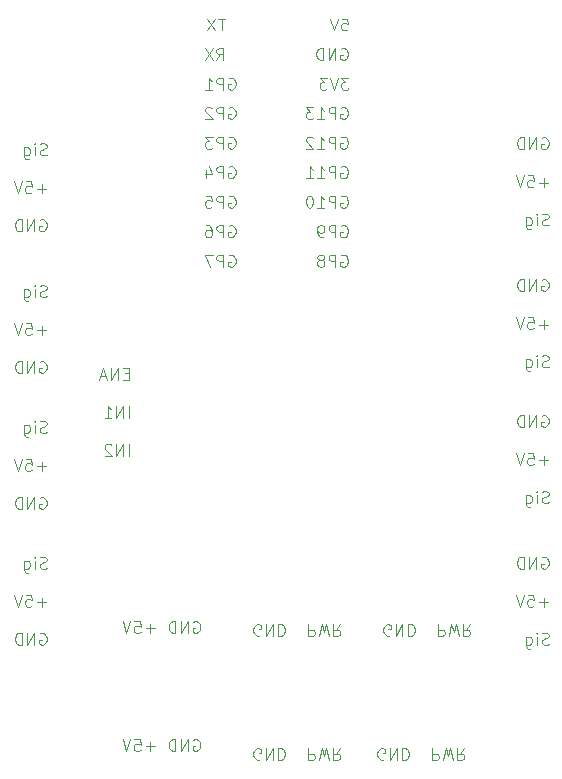
<source format=gbr>
%TF.GenerationSoftware,KiCad,Pcbnew,9.0.0*%
%TF.CreationDate,2025-05-08T14:03:21-04:00*%
%TF.ProjectId,main-pcb,6d61696e-2d70-4636-922e-6b696361645f,rev?*%
%TF.SameCoordinates,Original*%
%TF.FileFunction,Legend,Bot*%
%TF.FilePolarity,Positive*%
%FSLAX46Y46*%
G04 Gerber Fmt 4.6, Leading zero omitted, Abs format (unit mm)*
G04 Created by KiCad (PCBNEW 9.0.0) date 2025-05-08 14:03:21*
%MOMM*%
%LPD*%
G01*
G04 APERTURE LIST*
%ADD10C,0.100000*%
G04 APERTURE END LIST*
D10*
X167672306Y-106480262D02*
X167767544Y-106432643D01*
X167767544Y-106432643D02*
X167910401Y-106432643D01*
X167910401Y-106432643D02*
X168053258Y-106480262D01*
X168053258Y-106480262D02*
X168148496Y-106575500D01*
X168148496Y-106575500D02*
X168196115Y-106670738D01*
X168196115Y-106670738D02*
X168243734Y-106861214D01*
X168243734Y-106861214D02*
X168243734Y-107004071D01*
X168243734Y-107004071D02*
X168196115Y-107194547D01*
X168196115Y-107194547D02*
X168148496Y-107289785D01*
X168148496Y-107289785D02*
X168053258Y-107385024D01*
X168053258Y-107385024D02*
X167910401Y-107432643D01*
X167910401Y-107432643D02*
X167815163Y-107432643D01*
X167815163Y-107432643D02*
X167672306Y-107385024D01*
X167672306Y-107385024D02*
X167624687Y-107337404D01*
X167624687Y-107337404D02*
X167624687Y-107004071D01*
X167624687Y-107004071D02*
X167815163Y-107004071D01*
X167196115Y-107432643D02*
X167196115Y-106432643D01*
X167196115Y-106432643D02*
X166624687Y-107432643D01*
X166624687Y-107432643D02*
X166624687Y-106432643D01*
X166148496Y-107432643D02*
X166148496Y-106432643D01*
X166148496Y-106432643D02*
X165910401Y-106432643D01*
X165910401Y-106432643D02*
X165767544Y-106480262D01*
X165767544Y-106480262D02*
X165672306Y-106575500D01*
X165672306Y-106575500D02*
X165624687Y-106670738D01*
X165624687Y-106670738D02*
X165577068Y-106861214D01*
X165577068Y-106861214D02*
X165577068Y-107004071D01*
X165577068Y-107004071D02*
X165624687Y-107194547D01*
X165624687Y-107194547D02*
X165672306Y-107289785D01*
X165672306Y-107289785D02*
X165767544Y-107385024D01*
X165767544Y-107385024D02*
X165910401Y-107432643D01*
X165910401Y-107432643D02*
X166148496Y-107432643D01*
X168196115Y-110271578D02*
X167434211Y-110271578D01*
X167815163Y-110652531D02*
X167815163Y-109890626D01*
X166481830Y-109652531D02*
X166958020Y-109652531D01*
X166958020Y-109652531D02*
X167005639Y-110128721D01*
X167005639Y-110128721D02*
X166958020Y-110081102D01*
X166958020Y-110081102D02*
X166862782Y-110033483D01*
X166862782Y-110033483D02*
X166624687Y-110033483D01*
X166624687Y-110033483D02*
X166529449Y-110081102D01*
X166529449Y-110081102D02*
X166481830Y-110128721D01*
X166481830Y-110128721D02*
X166434211Y-110223959D01*
X166434211Y-110223959D02*
X166434211Y-110462054D01*
X166434211Y-110462054D02*
X166481830Y-110557292D01*
X166481830Y-110557292D02*
X166529449Y-110604912D01*
X166529449Y-110604912D02*
X166624687Y-110652531D01*
X166624687Y-110652531D02*
X166862782Y-110652531D01*
X166862782Y-110652531D02*
X166958020Y-110604912D01*
X166958020Y-110604912D02*
X167005639Y-110557292D01*
X166148496Y-109652531D02*
X165815163Y-110652531D01*
X165815163Y-110652531D02*
X165481830Y-109652531D01*
X168243734Y-113824800D02*
X168100877Y-113872419D01*
X168100877Y-113872419D02*
X167862782Y-113872419D01*
X167862782Y-113872419D02*
X167767544Y-113824800D01*
X167767544Y-113824800D02*
X167719925Y-113777180D01*
X167719925Y-113777180D02*
X167672306Y-113681942D01*
X167672306Y-113681942D02*
X167672306Y-113586704D01*
X167672306Y-113586704D02*
X167719925Y-113491466D01*
X167719925Y-113491466D02*
X167767544Y-113443847D01*
X167767544Y-113443847D02*
X167862782Y-113396228D01*
X167862782Y-113396228D02*
X168053258Y-113348609D01*
X168053258Y-113348609D02*
X168148496Y-113300990D01*
X168148496Y-113300990D02*
X168196115Y-113253371D01*
X168196115Y-113253371D02*
X168243734Y-113158133D01*
X168243734Y-113158133D02*
X168243734Y-113062895D01*
X168243734Y-113062895D02*
X168196115Y-112967657D01*
X168196115Y-112967657D02*
X168148496Y-112920038D01*
X168148496Y-112920038D02*
X168053258Y-112872419D01*
X168053258Y-112872419D02*
X167815163Y-112872419D01*
X167815163Y-112872419D02*
X167672306Y-112920038D01*
X167243734Y-113872419D02*
X167243734Y-113205752D01*
X167243734Y-112872419D02*
X167291353Y-112920038D01*
X167291353Y-112920038D02*
X167243734Y-112967657D01*
X167243734Y-112967657D02*
X167196115Y-112920038D01*
X167196115Y-112920038D02*
X167243734Y-112872419D01*
X167243734Y-112872419D02*
X167243734Y-112967657D01*
X166338973Y-113205752D02*
X166338973Y-114015276D01*
X166338973Y-114015276D02*
X166386592Y-114110514D01*
X166386592Y-114110514D02*
X166434211Y-114158133D01*
X166434211Y-114158133D02*
X166529449Y-114205752D01*
X166529449Y-114205752D02*
X166672306Y-114205752D01*
X166672306Y-114205752D02*
X166767544Y-114158133D01*
X166338973Y-113824800D02*
X166434211Y-113872419D01*
X166434211Y-113872419D02*
X166624687Y-113872419D01*
X166624687Y-113872419D02*
X166719925Y-113824800D01*
X166719925Y-113824800D02*
X166767544Y-113777180D01*
X166767544Y-113777180D02*
X166815163Y-113681942D01*
X166815163Y-113681942D02*
X166815163Y-113396228D01*
X166815163Y-113396228D02*
X166767544Y-113300990D01*
X166767544Y-113300990D02*
X166719925Y-113253371D01*
X166719925Y-113253371D02*
X166624687Y-113205752D01*
X166624687Y-113205752D02*
X166434211Y-113205752D01*
X166434211Y-113205752D02*
X166338973Y-113253371D01*
X132696115Y-90908833D02*
X132362782Y-90908833D01*
X132219925Y-91432643D02*
X132696115Y-91432643D01*
X132696115Y-91432643D02*
X132696115Y-90432643D01*
X132696115Y-90432643D02*
X132219925Y-90432643D01*
X131791353Y-91432643D02*
X131791353Y-90432643D01*
X131791353Y-90432643D02*
X131219925Y-91432643D01*
X131219925Y-91432643D02*
X131219925Y-90432643D01*
X130791353Y-91146928D02*
X130315163Y-91146928D01*
X130886591Y-91432643D02*
X130553258Y-90432643D01*
X130553258Y-90432643D02*
X130219925Y-91432643D01*
X132696115Y-94652531D02*
X132696115Y-93652531D01*
X132219925Y-94652531D02*
X132219925Y-93652531D01*
X132219925Y-93652531D02*
X131648497Y-94652531D01*
X131648497Y-94652531D02*
X131648497Y-93652531D01*
X130648497Y-94652531D02*
X131219925Y-94652531D01*
X130934211Y-94652531D02*
X130934211Y-93652531D01*
X130934211Y-93652531D02*
X131029449Y-93795388D01*
X131029449Y-93795388D02*
X131124687Y-93890626D01*
X131124687Y-93890626D02*
X131219925Y-93938245D01*
X132696115Y-97872419D02*
X132696115Y-96872419D01*
X132219925Y-97872419D02*
X132219925Y-96872419D01*
X132219925Y-96872419D02*
X131648497Y-97872419D01*
X131648497Y-97872419D02*
X131648497Y-96872419D01*
X131219925Y-96967657D02*
X131172306Y-96920038D01*
X131172306Y-96920038D02*
X131077068Y-96872419D01*
X131077068Y-96872419D02*
X130838973Y-96872419D01*
X130838973Y-96872419D02*
X130743735Y-96920038D01*
X130743735Y-96920038D02*
X130696116Y-96967657D01*
X130696116Y-96967657D02*
X130648497Y-97062895D01*
X130648497Y-97062895D02*
X130648497Y-97158133D01*
X130648497Y-97158133D02*
X130696116Y-97300990D01*
X130696116Y-97300990D02*
X131267544Y-97872419D01*
X131267544Y-97872419D02*
X130648497Y-97872419D01*
X125743734Y-95885024D02*
X125600877Y-95932643D01*
X125600877Y-95932643D02*
X125362782Y-95932643D01*
X125362782Y-95932643D02*
X125267544Y-95885024D01*
X125267544Y-95885024D02*
X125219925Y-95837404D01*
X125219925Y-95837404D02*
X125172306Y-95742166D01*
X125172306Y-95742166D02*
X125172306Y-95646928D01*
X125172306Y-95646928D02*
X125219925Y-95551690D01*
X125219925Y-95551690D02*
X125267544Y-95504071D01*
X125267544Y-95504071D02*
X125362782Y-95456452D01*
X125362782Y-95456452D02*
X125553258Y-95408833D01*
X125553258Y-95408833D02*
X125648496Y-95361214D01*
X125648496Y-95361214D02*
X125696115Y-95313595D01*
X125696115Y-95313595D02*
X125743734Y-95218357D01*
X125743734Y-95218357D02*
X125743734Y-95123119D01*
X125743734Y-95123119D02*
X125696115Y-95027881D01*
X125696115Y-95027881D02*
X125648496Y-94980262D01*
X125648496Y-94980262D02*
X125553258Y-94932643D01*
X125553258Y-94932643D02*
X125315163Y-94932643D01*
X125315163Y-94932643D02*
X125172306Y-94980262D01*
X124743734Y-95932643D02*
X124743734Y-95265976D01*
X124743734Y-94932643D02*
X124791353Y-94980262D01*
X124791353Y-94980262D02*
X124743734Y-95027881D01*
X124743734Y-95027881D02*
X124696115Y-94980262D01*
X124696115Y-94980262D02*
X124743734Y-94932643D01*
X124743734Y-94932643D02*
X124743734Y-95027881D01*
X123838973Y-95265976D02*
X123838973Y-96075500D01*
X123838973Y-96075500D02*
X123886592Y-96170738D01*
X123886592Y-96170738D02*
X123934211Y-96218357D01*
X123934211Y-96218357D02*
X124029449Y-96265976D01*
X124029449Y-96265976D02*
X124172306Y-96265976D01*
X124172306Y-96265976D02*
X124267544Y-96218357D01*
X123838973Y-95885024D02*
X123934211Y-95932643D01*
X123934211Y-95932643D02*
X124124687Y-95932643D01*
X124124687Y-95932643D02*
X124219925Y-95885024D01*
X124219925Y-95885024D02*
X124267544Y-95837404D01*
X124267544Y-95837404D02*
X124315163Y-95742166D01*
X124315163Y-95742166D02*
X124315163Y-95456452D01*
X124315163Y-95456452D02*
X124267544Y-95361214D01*
X124267544Y-95361214D02*
X124219925Y-95313595D01*
X124219925Y-95313595D02*
X124124687Y-95265976D01*
X124124687Y-95265976D02*
X123934211Y-95265976D01*
X123934211Y-95265976D02*
X123838973Y-95313595D01*
X125696115Y-98771578D02*
X124934211Y-98771578D01*
X125315163Y-99152531D02*
X125315163Y-98390626D01*
X123981830Y-98152531D02*
X124458020Y-98152531D01*
X124458020Y-98152531D02*
X124505639Y-98628721D01*
X124505639Y-98628721D02*
X124458020Y-98581102D01*
X124458020Y-98581102D02*
X124362782Y-98533483D01*
X124362782Y-98533483D02*
X124124687Y-98533483D01*
X124124687Y-98533483D02*
X124029449Y-98581102D01*
X124029449Y-98581102D02*
X123981830Y-98628721D01*
X123981830Y-98628721D02*
X123934211Y-98723959D01*
X123934211Y-98723959D02*
X123934211Y-98962054D01*
X123934211Y-98962054D02*
X123981830Y-99057292D01*
X123981830Y-99057292D02*
X124029449Y-99104912D01*
X124029449Y-99104912D02*
X124124687Y-99152531D01*
X124124687Y-99152531D02*
X124362782Y-99152531D01*
X124362782Y-99152531D02*
X124458020Y-99104912D01*
X124458020Y-99104912D02*
X124505639Y-99057292D01*
X123648496Y-98152531D02*
X123315163Y-99152531D01*
X123315163Y-99152531D02*
X122981830Y-98152531D01*
X125172306Y-101420038D02*
X125267544Y-101372419D01*
X125267544Y-101372419D02*
X125410401Y-101372419D01*
X125410401Y-101372419D02*
X125553258Y-101420038D01*
X125553258Y-101420038D02*
X125648496Y-101515276D01*
X125648496Y-101515276D02*
X125696115Y-101610514D01*
X125696115Y-101610514D02*
X125743734Y-101800990D01*
X125743734Y-101800990D02*
X125743734Y-101943847D01*
X125743734Y-101943847D02*
X125696115Y-102134323D01*
X125696115Y-102134323D02*
X125648496Y-102229561D01*
X125648496Y-102229561D02*
X125553258Y-102324800D01*
X125553258Y-102324800D02*
X125410401Y-102372419D01*
X125410401Y-102372419D02*
X125315163Y-102372419D01*
X125315163Y-102372419D02*
X125172306Y-102324800D01*
X125172306Y-102324800D02*
X125124687Y-102277180D01*
X125124687Y-102277180D02*
X125124687Y-101943847D01*
X125124687Y-101943847D02*
X125315163Y-101943847D01*
X124696115Y-102372419D02*
X124696115Y-101372419D01*
X124696115Y-101372419D02*
X124124687Y-102372419D01*
X124124687Y-102372419D02*
X124124687Y-101372419D01*
X123648496Y-102372419D02*
X123648496Y-101372419D01*
X123648496Y-101372419D02*
X123410401Y-101372419D01*
X123410401Y-101372419D02*
X123267544Y-101420038D01*
X123267544Y-101420038D02*
X123172306Y-101515276D01*
X123172306Y-101515276D02*
X123124687Y-101610514D01*
X123124687Y-101610514D02*
X123077068Y-101800990D01*
X123077068Y-101800990D02*
X123077068Y-101943847D01*
X123077068Y-101943847D02*
X123124687Y-102134323D01*
X123124687Y-102134323D02*
X123172306Y-102229561D01*
X123172306Y-102229561D02*
X123267544Y-102324800D01*
X123267544Y-102324800D02*
X123410401Y-102372419D01*
X123410401Y-102372419D02*
X123648496Y-102372419D01*
X138172306Y-121920038D02*
X138267544Y-121872419D01*
X138267544Y-121872419D02*
X138410401Y-121872419D01*
X138410401Y-121872419D02*
X138553258Y-121920038D01*
X138553258Y-121920038D02*
X138648496Y-122015276D01*
X138648496Y-122015276D02*
X138696115Y-122110514D01*
X138696115Y-122110514D02*
X138743734Y-122300990D01*
X138743734Y-122300990D02*
X138743734Y-122443847D01*
X138743734Y-122443847D02*
X138696115Y-122634323D01*
X138696115Y-122634323D02*
X138648496Y-122729561D01*
X138648496Y-122729561D02*
X138553258Y-122824800D01*
X138553258Y-122824800D02*
X138410401Y-122872419D01*
X138410401Y-122872419D02*
X138315163Y-122872419D01*
X138315163Y-122872419D02*
X138172306Y-122824800D01*
X138172306Y-122824800D02*
X138124687Y-122777180D01*
X138124687Y-122777180D02*
X138124687Y-122443847D01*
X138124687Y-122443847D02*
X138315163Y-122443847D01*
X137696115Y-122872419D02*
X137696115Y-121872419D01*
X137696115Y-121872419D02*
X137124687Y-122872419D01*
X137124687Y-122872419D02*
X137124687Y-121872419D01*
X136648496Y-122872419D02*
X136648496Y-121872419D01*
X136648496Y-121872419D02*
X136410401Y-121872419D01*
X136410401Y-121872419D02*
X136267544Y-121920038D01*
X136267544Y-121920038D02*
X136172306Y-122015276D01*
X136172306Y-122015276D02*
X136124687Y-122110514D01*
X136124687Y-122110514D02*
X136077068Y-122300990D01*
X136077068Y-122300990D02*
X136077068Y-122443847D01*
X136077068Y-122443847D02*
X136124687Y-122634323D01*
X136124687Y-122634323D02*
X136172306Y-122729561D01*
X136172306Y-122729561D02*
X136267544Y-122824800D01*
X136267544Y-122824800D02*
X136410401Y-122872419D01*
X136410401Y-122872419D02*
X136648496Y-122872419D01*
X134886591Y-122491466D02*
X134124687Y-122491466D01*
X134505639Y-122872419D02*
X134505639Y-122110514D01*
X133172306Y-121872419D02*
X133648496Y-121872419D01*
X133648496Y-121872419D02*
X133696115Y-122348609D01*
X133696115Y-122348609D02*
X133648496Y-122300990D01*
X133648496Y-122300990D02*
X133553258Y-122253371D01*
X133553258Y-122253371D02*
X133315163Y-122253371D01*
X133315163Y-122253371D02*
X133219925Y-122300990D01*
X133219925Y-122300990D02*
X133172306Y-122348609D01*
X133172306Y-122348609D02*
X133124687Y-122443847D01*
X133124687Y-122443847D02*
X133124687Y-122681942D01*
X133124687Y-122681942D02*
X133172306Y-122777180D01*
X133172306Y-122777180D02*
X133219925Y-122824800D01*
X133219925Y-122824800D02*
X133315163Y-122872419D01*
X133315163Y-122872419D02*
X133553258Y-122872419D01*
X133553258Y-122872419D02*
X133648496Y-122824800D01*
X133648496Y-122824800D02*
X133696115Y-122777180D01*
X132838972Y-121872419D02*
X132505639Y-122872419D01*
X132505639Y-122872419D02*
X132172306Y-121872419D01*
X125743734Y-84385024D02*
X125600877Y-84432643D01*
X125600877Y-84432643D02*
X125362782Y-84432643D01*
X125362782Y-84432643D02*
X125267544Y-84385024D01*
X125267544Y-84385024D02*
X125219925Y-84337404D01*
X125219925Y-84337404D02*
X125172306Y-84242166D01*
X125172306Y-84242166D02*
X125172306Y-84146928D01*
X125172306Y-84146928D02*
X125219925Y-84051690D01*
X125219925Y-84051690D02*
X125267544Y-84004071D01*
X125267544Y-84004071D02*
X125362782Y-83956452D01*
X125362782Y-83956452D02*
X125553258Y-83908833D01*
X125553258Y-83908833D02*
X125648496Y-83861214D01*
X125648496Y-83861214D02*
X125696115Y-83813595D01*
X125696115Y-83813595D02*
X125743734Y-83718357D01*
X125743734Y-83718357D02*
X125743734Y-83623119D01*
X125743734Y-83623119D02*
X125696115Y-83527881D01*
X125696115Y-83527881D02*
X125648496Y-83480262D01*
X125648496Y-83480262D02*
X125553258Y-83432643D01*
X125553258Y-83432643D02*
X125315163Y-83432643D01*
X125315163Y-83432643D02*
X125172306Y-83480262D01*
X124743734Y-84432643D02*
X124743734Y-83765976D01*
X124743734Y-83432643D02*
X124791353Y-83480262D01*
X124791353Y-83480262D02*
X124743734Y-83527881D01*
X124743734Y-83527881D02*
X124696115Y-83480262D01*
X124696115Y-83480262D02*
X124743734Y-83432643D01*
X124743734Y-83432643D02*
X124743734Y-83527881D01*
X123838973Y-83765976D02*
X123838973Y-84575500D01*
X123838973Y-84575500D02*
X123886592Y-84670738D01*
X123886592Y-84670738D02*
X123934211Y-84718357D01*
X123934211Y-84718357D02*
X124029449Y-84765976D01*
X124029449Y-84765976D02*
X124172306Y-84765976D01*
X124172306Y-84765976D02*
X124267544Y-84718357D01*
X123838973Y-84385024D02*
X123934211Y-84432643D01*
X123934211Y-84432643D02*
X124124687Y-84432643D01*
X124124687Y-84432643D02*
X124219925Y-84385024D01*
X124219925Y-84385024D02*
X124267544Y-84337404D01*
X124267544Y-84337404D02*
X124315163Y-84242166D01*
X124315163Y-84242166D02*
X124315163Y-83956452D01*
X124315163Y-83956452D02*
X124267544Y-83861214D01*
X124267544Y-83861214D02*
X124219925Y-83813595D01*
X124219925Y-83813595D02*
X124124687Y-83765976D01*
X124124687Y-83765976D02*
X123934211Y-83765976D01*
X123934211Y-83765976D02*
X123838973Y-83813595D01*
X125696115Y-87271578D02*
X124934211Y-87271578D01*
X125315163Y-87652531D02*
X125315163Y-86890626D01*
X123981830Y-86652531D02*
X124458020Y-86652531D01*
X124458020Y-86652531D02*
X124505639Y-87128721D01*
X124505639Y-87128721D02*
X124458020Y-87081102D01*
X124458020Y-87081102D02*
X124362782Y-87033483D01*
X124362782Y-87033483D02*
X124124687Y-87033483D01*
X124124687Y-87033483D02*
X124029449Y-87081102D01*
X124029449Y-87081102D02*
X123981830Y-87128721D01*
X123981830Y-87128721D02*
X123934211Y-87223959D01*
X123934211Y-87223959D02*
X123934211Y-87462054D01*
X123934211Y-87462054D02*
X123981830Y-87557292D01*
X123981830Y-87557292D02*
X124029449Y-87604912D01*
X124029449Y-87604912D02*
X124124687Y-87652531D01*
X124124687Y-87652531D02*
X124362782Y-87652531D01*
X124362782Y-87652531D02*
X124458020Y-87604912D01*
X124458020Y-87604912D02*
X124505639Y-87557292D01*
X123648496Y-86652531D02*
X123315163Y-87652531D01*
X123315163Y-87652531D02*
X122981830Y-86652531D01*
X125172306Y-89920038D02*
X125267544Y-89872419D01*
X125267544Y-89872419D02*
X125410401Y-89872419D01*
X125410401Y-89872419D02*
X125553258Y-89920038D01*
X125553258Y-89920038D02*
X125648496Y-90015276D01*
X125648496Y-90015276D02*
X125696115Y-90110514D01*
X125696115Y-90110514D02*
X125743734Y-90300990D01*
X125743734Y-90300990D02*
X125743734Y-90443847D01*
X125743734Y-90443847D02*
X125696115Y-90634323D01*
X125696115Y-90634323D02*
X125648496Y-90729561D01*
X125648496Y-90729561D02*
X125553258Y-90824800D01*
X125553258Y-90824800D02*
X125410401Y-90872419D01*
X125410401Y-90872419D02*
X125315163Y-90872419D01*
X125315163Y-90872419D02*
X125172306Y-90824800D01*
X125172306Y-90824800D02*
X125124687Y-90777180D01*
X125124687Y-90777180D02*
X125124687Y-90443847D01*
X125124687Y-90443847D02*
X125315163Y-90443847D01*
X124696115Y-90872419D02*
X124696115Y-89872419D01*
X124696115Y-89872419D02*
X124124687Y-90872419D01*
X124124687Y-90872419D02*
X124124687Y-89872419D01*
X123648496Y-90872419D02*
X123648496Y-89872419D01*
X123648496Y-89872419D02*
X123410401Y-89872419D01*
X123410401Y-89872419D02*
X123267544Y-89920038D01*
X123267544Y-89920038D02*
X123172306Y-90015276D01*
X123172306Y-90015276D02*
X123124687Y-90110514D01*
X123124687Y-90110514D02*
X123077068Y-90300990D01*
X123077068Y-90300990D02*
X123077068Y-90443847D01*
X123077068Y-90443847D02*
X123124687Y-90634323D01*
X123124687Y-90634323D02*
X123172306Y-90729561D01*
X123172306Y-90729561D02*
X123267544Y-90824800D01*
X123267544Y-90824800D02*
X123410401Y-90872419D01*
X123410401Y-90872419D02*
X123648496Y-90872419D01*
X138172306Y-111920038D02*
X138267544Y-111872419D01*
X138267544Y-111872419D02*
X138410401Y-111872419D01*
X138410401Y-111872419D02*
X138553258Y-111920038D01*
X138553258Y-111920038D02*
X138648496Y-112015276D01*
X138648496Y-112015276D02*
X138696115Y-112110514D01*
X138696115Y-112110514D02*
X138743734Y-112300990D01*
X138743734Y-112300990D02*
X138743734Y-112443847D01*
X138743734Y-112443847D02*
X138696115Y-112634323D01*
X138696115Y-112634323D02*
X138648496Y-112729561D01*
X138648496Y-112729561D02*
X138553258Y-112824800D01*
X138553258Y-112824800D02*
X138410401Y-112872419D01*
X138410401Y-112872419D02*
X138315163Y-112872419D01*
X138315163Y-112872419D02*
X138172306Y-112824800D01*
X138172306Y-112824800D02*
X138124687Y-112777180D01*
X138124687Y-112777180D02*
X138124687Y-112443847D01*
X138124687Y-112443847D02*
X138315163Y-112443847D01*
X137696115Y-112872419D02*
X137696115Y-111872419D01*
X137696115Y-111872419D02*
X137124687Y-112872419D01*
X137124687Y-112872419D02*
X137124687Y-111872419D01*
X136648496Y-112872419D02*
X136648496Y-111872419D01*
X136648496Y-111872419D02*
X136410401Y-111872419D01*
X136410401Y-111872419D02*
X136267544Y-111920038D01*
X136267544Y-111920038D02*
X136172306Y-112015276D01*
X136172306Y-112015276D02*
X136124687Y-112110514D01*
X136124687Y-112110514D02*
X136077068Y-112300990D01*
X136077068Y-112300990D02*
X136077068Y-112443847D01*
X136077068Y-112443847D02*
X136124687Y-112634323D01*
X136124687Y-112634323D02*
X136172306Y-112729561D01*
X136172306Y-112729561D02*
X136267544Y-112824800D01*
X136267544Y-112824800D02*
X136410401Y-112872419D01*
X136410401Y-112872419D02*
X136648496Y-112872419D01*
X134886591Y-112491466D02*
X134124687Y-112491466D01*
X134505639Y-112872419D02*
X134505639Y-112110514D01*
X133172306Y-111872419D02*
X133648496Y-111872419D01*
X133648496Y-111872419D02*
X133696115Y-112348609D01*
X133696115Y-112348609D02*
X133648496Y-112300990D01*
X133648496Y-112300990D02*
X133553258Y-112253371D01*
X133553258Y-112253371D02*
X133315163Y-112253371D01*
X133315163Y-112253371D02*
X133219925Y-112300990D01*
X133219925Y-112300990D02*
X133172306Y-112348609D01*
X133172306Y-112348609D02*
X133124687Y-112443847D01*
X133124687Y-112443847D02*
X133124687Y-112681942D01*
X133124687Y-112681942D02*
X133172306Y-112777180D01*
X133172306Y-112777180D02*
X133219925Y-112824800D01*
X133219925Y-112824800D02*
X133315163Y-112872419D01*
X133315163Y-112872419D02*
X133553258Y-112872419D01*
X133553258Y-112872419D02*
X133648496Y-112824800D01*
X133648496Y-112824800D02*
X133696115Y-112777180D01*
X132838972Y-111872419D02*
X132505639Y-112872419D01*
X132505639Y-112872419D02*
X132172306Y-111872419D01*
X167672306Y-82980262D02*
X167767544Y-82932643D01*
X167767544Y-82932643D02*
X167910401Y-82932643D01*
X167910401Y-82932643D02*
X168053258Y-82980262D01*
X168053258Y-82980262D02*
X168148496Y-83075500D01*
X168148496Y-83075500D02*
X168196115Y-83170738D01*
X168196115Y-83170738D02*
X168243734Y-83361214D01*
X168243734Y-83361214D02*
X168243734Y-83504071D01*
X168243734Y-83504071D02*
X168196115Y-83694547D01*
X168196115Y-83694547D02*
X168148496Y-83789785D01*
X168148496Y-83789785D02*
X168053258Y-83885024D01*
X168053258Y-83885024D02*
X167910401Y-83932643D01*
X167910401Y-83932643D02*
X167815163Y-83932643D01*
X167815163Y-83932643D02*
X167672306Y-83885024D01*
X167672306Y-83885024D02*
X167624687Y-83837404D01*
X167624687Y-83837404D02*
X167624687Y-83504071D01*
X167624687Y-83504071D02*
X167815163Y-83504071D01*
X167196115Y-83932643D02*
X167196115Y-82932643D01*
X167196115Y-82932643D02*
X166624687Y-83932643D01*
X166624687Y-83932643D02*
X166624687Y-82932643D01*
X166148496Y-83932643D02*
X166148496Y-82932643D01*
X166148496Y-82932643D02*
X165910401Y-82932643D01*
X165910401Y-82932643D02*
X165767544Y-82980262D01*
X165767544Y-82980262D02*
X165672306Y-83075500D01*
X165672306Y-83075500D02*
X165624687Y-83170738D01*
X165624687Y-83170738D02*
X165577068Y-83361214D01*
X165577068Y-83361214D02*
X165577068Y-83504071D01*
X165577068Y-83504071D02*
X165624687Y-83694547D01*
X165624687Y-83694547D02*
X165672306Y-83789785D01*
X165672306Y-83789785D02*
X165767544Y-83885024D01*
X165767544Y-83885024D02*
X165910401Y-83932643D01*
X165910401Y-83932643D02*
X166148496Y-83932643D01*
X168196115Y-86771578D02*
X167434211Y-86771578D01*
X167815163Y-87152531D02*
X167815163Y-86390626D01*
X166481830Y-86152531D02*
X166958020Y-86152531D01*
X166958020Y-86152531D02*
X167005639Y-86628721D01*
X167005639Y-86628721D02*
X166958020Y-86581102D01*
X166958020Y-86581102D02*
X166862782Y-86533483D01*
X166862782Y-86533483D02*
X166624687Y-86533483D01*
X166624687Y-86533483D02*
X166529449Y-86581102D01*
X166529449Y-86581102D02*
X166481830Y-86628721D01*
X166481830Y-86628721D02*
X166434211Y-86723959D01*
X166434211Y-86723959D02*
X166434211Y-86962054D01*
X166434211Y-86962054D02*
X166481830Y-87057292D01*
X166481830Y-87057292D02*
X166529449Y-87104912D01*
X166529449Y-87104912D02*
X166624687Y-87152531D01*
X166624687Y-87152531D02*
X166862782Y-87152531D01*
X166862782Y-87152531D02*
X166958020Y-87104912D01*
X166958020Y-87104912D02*
X167005639Y-87057292D01*
X166148496Y-86152531D02*
X165815163Y-87152531D01*
X165815163Y-87152531D02*
X165481830Y-86152531D01*
X168243734Y-90324800D02*
X168100877Y-90372419D01*
X168100877Y-90372419D02*
X167862782Y-90372419D01*
X167862782Y-90372419D02*
X167767544Y-90324800D01*
X167767544Y-90324800D02*
X167719925Y-90277180D01*
X167719925Y-90277180D02*
X167672306Y-90181942D01*
X167672306Y-90181942D02*
X167672306Y-90086704D01*
X167672306Y-90086704D02*
X167719925Y-89991466D01*
X167719925Y-89991466D02*
X167767544Y-89943847D01*
X167767544Y-89943847D02*
X167862782Y-89896228D01*
X167862782Y-89896228D02*
X168053258Y-89848609D01*
X168053258Y-89848609D02*
X168148496Y-89800990D01*
X168148496Y-89800990D02*
X168196115Y-89753371D01*
X168196115Y-89753371D02*
X168243734Y-89658133D01*
X168243734Y-89658133D02*
X168243734Y-89562895D01*
X168243734Y-89562895D02*
X168196115Y-89467657D01*
X168196115Y-89467657D02*
X168148496Y-89420038D01*
X168148496Y-89420038D02*
X168053258Y-89372419D01*
X168053258Y-89372419D02*
X167815163Y-89372419D01*
X167815163Y-89372419D02*
X167672306Y-89420038D01*
X167243734Y-90372419D02*
X167243734Y-89705752D01*
X167243734Y-89372419D02*
X167291353Y-89420038D01*
X167291353Y-89420038D02*
X167243734Y-89467657D01*
X167243734Y-89467657D02*
X167196115Y-89420038D01*
X167196115Y-89420038D02*
X167243734Y-89372419D01*
X167243734Y-89372419D02*
X167243734Y-89467657D01*
X166338973Y-89705752D02*
X166338973Y-90515276D01*
X166338973Y-90515276D02*
X166386592Y-90610514D01*
X166386592Y-90610514D02*
X166434211Y-90658133D01*
X166434211Y-90658133D02*
X166529449Y-90705752D01*
X166529449Y-90705752D02*
X166672306Y-90705752D01*
X166672306Y-90705752D02*
X166767544Y-90658133D01*
X166338973Y-90324800D02*
X166434211Y-90372419D01*
X166434211Y-90372419D02*
X166624687Y-90372419D01*
X166624687Y-90372419D02*
X166719925Y-90324800D01*
X166719925Y-90324800D02*
X166767544Y-90277180D01*
X166767544Y-90277180D02*
X166815163Y-90181942D01*
X166815163Y-90181942D02*
X166815163Y-89896228D01*
X166815163Y-89896228D02*
X166767544Y-89800990D01*
X166767544Y-89800990D02*
X166719925Y-89753371D01*
X166719925Y-89753371D02*
X166624687Y-89705752D01*
X166624687Y-89705752D02*
X166434211Y-89705752D01*
X166434211Y-89705752D02*
X166338973Y-89753371D01*
X143827693Y-113079961D02*
X143732455Y-113127580D01*
X143732455Y-113127580D02*
X143589598Y-113127580D01*
X143589598Y-113127580D02*
X143446741Y-113079961D01*
X143446741Y-113079961D02*
X143351503Y-112984723D01*
X143351503Y-112984723D02*
X143303884Y-112889485D01*
X143303884Y-112889485D02*
X143256265Y-112699009D01*
X143256265Y-112699009D02*
X143256265Y-112556152D01*
X143256265Y-112556152D02*
X143303884Y-112365676D01*
X143303884Y-112365676D02*
X143351503Y-112270438D01*
X143351503Y-112270438D02*
X143446741Y-112175200D01*
X143446741Y-112175200D02*
X143589598Y-112127580D01*
X143589598Y-112127580D02*
X143684836Y-112127580D01*
X143684836Y-112127580D02*
X143827693Y-112175200D01*
X143827693Y-112175200D02*
X143875312Y-112222819D01*
X143875312Y-112222819D02*
X143875312Y-112556152D01*
X143875312Y-112556152D02*
X143684836Y-112556152D01*
X144303884Y-112127580D02*
X144303884Y-113127580D01*
X144303884Y-113127580D02*
X144875312Y-112127580D01*
X144875312Y-112127580D02*
X144875312Y-113127580D01*
X145351503Y-112127580D02*
X145351503Y-113127580D01*
X145351503Y-113127580D02*
X145589598Y-113127580D01*
X145589598Y-113127580D02*
X145732455Y-113079961D01*
X145732455Y-113079961D02*
X145827693Y-112984723D01*
X145827693Y-112984723D02*
X145875312Y-112889485D01*
X145875312Y-112889485D02*
X145922931Y-112699009D01*
X145922931Y-112699009D02*
X145922931Y-112556152D01*
X145922931Y-112556152D02*
X145875312Y-112365676D01*
X145875312Y-112365676D02*
X145827693Y-112270438D01*
X145827693Y-112270438D02*
X145732455Y-112175200D01*
X145732455Y-112175200D02*
X145589598Y-112127580D01*
X145589598Y-112127580D02*
X145351503Y-112127580D01*
X147875313Y-112127580D02*
X147875313Y-113127580D01*
X147875313Y-113127580D02*
X148256265Y-113127580D01*
X148256265Y-113127580D02*
X148351503Y-113079961D01*
X148351503Y-113079961D02*
X148399122Y-113032342D01*
X148399122Y-113032342D02*
X148446741Y-112937104D01*
X148446741Y-112937104D02*
X148446741Y-112794247D01*
X148446741Y-112794247D02*
X148399122Y-112699009D01*
X148399122Y-112699009D02*
X148351503Y-112651390D01*
X148351503Y-112651390D02*
X148256265Y-112603771D01*
X148256265Y-112603771D02*
X147875313Y-112603771D01*
X148780075Y-113127580D02*
X149018170Y-112127580D01*
X149018170Y-112127580D02*
X149208646Y-112841866D01*
X149208646Y-112841866D02*
X149399122Y-112127580D01*
X149399122Y-112127580D02*
X149637218Y-113127580D01*
X150589598Y-112127580D02*
X150256265Y-112603771D01*
X150018170Y-112127580D02*
X150018170Y-113127580D01*
X150018170Y-113127580D02*
X150399122Y-113127580D01*
X150399122Y-113127580D02*
X150494360Y-113079961D01*
X150494360Y-113079961D02*
X150541979Y-113032342D01*
X150541979Y-113032342D02*
X150589598Y-112937104D01*
X150589598Y-112937104D02*
X150589598Y-112794247D01*
X150589598Y-112794247D02*
X150541979Y-112699009D01*
X150541979Y-112699009D02*
X150494360Y-112651390D01*
X150494360Y-112651390D02*
X150399122Y-112603771D01*
X150399122Y-112603771D02*
X150018170Y-112603771D01*
X167672306Y-94480262D02*
X167767544Y-94432643D01*
X167767544Y-94432643D02*
X167910401Y-94432643D01*
X167910401Y-94432643D02*
X168053258Y-94480262D01*
X168053258Y-94480262D02*
X168148496Y-94575500D01*
X168148496Y-94575500D02*
X168196115Y-94670738D01*
X168196115Y-94670738D02*
X168243734Y-94861214D01*
X168243734Y-94861214D02*
X168243734Y-95004071D01*
X168243734Y-95004071D02*
X168196115Y-95194547D01*
X168196115Y-95194547D02*
X168148496Y-95289785D01*
X168148496Y-95289785D02*
X168053258Y-95385024D01*
X168053258Y-95385024D02*
X167910401Y-95432643D01*
X167910401Y-95432643D02*
X167815163Y-95432643D01*
X167815163Y-95432643D02*
X167672306Y-95385024D01*
X167672306Y-95385024D02*
X167624687Y-95337404D01*
X167624687Y-95337404D02*
X167624687Y-95004071D01*
X167624687Y-95004071D02*
X167815163Y-95004071D01*
X167196115Y-95432643D02*
X167196115Y-94432643D01*
X167196115Y-94432643D02*
X166624687Y-95432643D01*
X166624687Y-95432643D02*
X166624687Y-94432643D01*
X166148496Y-95432643D02*
X166148496Y-94432643D01*
X166148496Y-94432643D02*
X165910401Y-94432643D01*
X165910401Y-94432643D02*
X165767544Y-94480262D01*
X165767544Y-94480262D02*
X165672306Y-94575500D01*
X165672306Y-94575500D02*
X165624687Y-94670738D01*
X165624687Y-94670738D02*
X165577068Y-94861214D01*
X165577068Y-94861214D02*
X165577068Y-95004071D01*
X165577068Y-95004071D02*
X165624687Y-95194547D01*
X165624687Y-95194547D02*
X165672306Y-95289785D01*
X165672306Y-95289785D02*
X165767544Y-95385024D01*
X165767544Y-95385024D02*
X165910401Y-95432643D01*
X165910401Y-95432643D02*
X166148496Y-95432643D01*
X168196115Y-98271578D02*
X167434211Y-98271578D01*
X167815163Y-98652531D02*
X167815163Y-97890626D01*
X166481830Y-97652531D02*
X166958020Y-97652531D01*
X166958020Y-97652531D02*
X167005639Y-98128721D01*
X167005639Y-98128721D02*
X166958020Y-98081102D01*
X166958020Y-98081102D02*
X166862782Y-98033483D01*
X166862782Y-98033483D02*
X166624687Y-98033483D01*
X166624687Y-98033483D02*
X166529449Y-98081102D01*
X166529449Y-98081102D02*
X166481830Y-98128721D01*
X166481830Y-98128721D02*
X166434211Y-98223959D01*
X166434211Y-98223959D02*
X166434211Y-98462054D01*
X166434211Y-98462054D02*
X166481830Y-98557292D01*
X166481830Y-98557292D02*
X166529449Y-98604912D01*
X166529449Y-98604912D02*
X166624687Y-98652531D01*
X166624687Y-98652531D02*
X166862782Y-98652531D01*
X166862782Y-98652531D02*
X166958020Y-98604912D01*
X166958020Y-98604912D02*
X167005639Y-98557292D01*
X166148496Y-97652531D02*
X165815163Y-98652531D01*
X165815163Y-98652531D02*
X165481830Y-97652531D01*
X168243734Y-101824800D02*
X168100877Y-101872419D01*
X168100877Y-101872419D02*
X167862782Y-101872419D01*
X167862782Y-101872419D02*
X167767544Y-101824800D01*
X167767544Y-101824800D02*
X167719925Y-101777180D01*
X167719925Y-101777180D02*
X167672306Y-101681942D01*
X167672306Y-101681942D02*
X167672306Y-101586704D01*
X167672306Y-101586704D02*
X167719925Y-101491466D01*
X167719925Y-101491466D02*
X167767544Y-101443847D01*
X167767544Y-101443847D02*
X167862782Y-101396228D01*
X167862782Y-101396228D02*
X168053258Y-101348609D01*
X168053258Y-101348609D02*
X168148496Y-101300990D01*
X168148496Y-101300990D02*
X168196115Y-101253371D01*
X168196115Y-101253371D02*
X168243734Y-101158133D01*
X168243734Y-101158133D02*
X168243734Y-101062895D01*
X168243734Y-101062895D02*
X168196115Y-100967657D01*
X168196115Y-100967657D02*
X168148496Y-100920038D01*
X168148496Y-100920038D02*
X168053258Y-100872419D01*
X168053258Y-100872419D02*
X167815163Y-100872419D01*
X167815163Y-100872419D02*
X167672306Y-100920038D01*
X167243734Y-101872419D02*
X167243734Y-101205752D01*
X167243734Y-100872419D02*
X167291353Y-100920038D01*
X167291353Y-100920038D02*
X167243734Y-100967657D01*
X167243734Y-100967657D02*
X167196115Y-100920038D01*
X167196115Y-100920038D02*
X167243734Y-100872419D01*
X167243734Y-100872419D02*
X167243734Y-100967657D01*
X166338973Y-101205752D02*
X166338973Y-102015276D01*
X166338973Y-102015276D02*
X166386592Y-102110514D01*
X166386592Y-102110514D02*
X166434211Y-102158133D01*
X166434211Y-102158133D02*
X166529449Y-102205752D01*
X166529449Y-102205752D02*
X166672306Y-102205752D01*
X166672306Y-102205752D02*
X166767544Y-102158133D01*
X166338973Y-101824800D02*
X166434211Y-101872419D01*
X166434211Y-101872419D02*
X166624687Y-101872419D01*
X166624687Y-101872419D02*
X166719925Y-101824800D01*
X166719925Y-101824800D02*
X166767544Y-101777180D01*
X166767544Y-101777180D02*
X166815163Y-101681942D01*
X166815163Y-101681942D02*
X166815163Y-101396228D01*
X166815163Y-101396228D02*
X166767544Y-101300990D01*
X166767544Y-101300990D02*
X166719925Y-101253371D01*
X166719925Y-101253371D02*
X166624687Y-101205752D01*
X166624687Y-101205752D02*
X166434211Y-101205752D01*
X166434211Y-101205752D02*
X166338973Y-101253371D01*
X125743734Y-107385024D02*
X125600877Y-107432643D01*
X125600877Y-107432643D02*
X125362782Y-107432643D01*
X125362782Y-107432643D02*
X125267544Y-107385024D01*
X125267544Y-107385024D02*
X125219925Y-107337404D01*
X125219925Y-107337404D02*
X125172306Y-107242166D01*
X125172306Y-107242166D02*
X125172306Y-107146928D01*
X125172306Y-107146928D02*
X125219925Y-107051690D01*
X125219925Y-107051690D02*
X125267544Y-107004071D01*
X125267544Y-107004071D02*
X125362782Y-106956452D01*
X125362782Y-106956452D02*
X125553258Y-106908833D01*
X125553258Y-106908833D02*
X125648496Y-106861214D01*
X125648496Y-106861214D02*
X125696115Y-106813595D01*
X125696115Y-106813595D02*
X125743734Y-106718357D01*
X125743734Y-106718357D02*
X125743734Y-106623119D01*
X125743734Y-106623119D02*
X125696115Y-106527881D01*
X125696115Y-106527881D02*
X125648496Y-106480262D01*
X125648496Y-106480262D02*
X125553258Y-106432643D01*
X125553258Y-106432643D02*
X125315163Y-106432643D01*
X125315163Y-106432643D02*
X125172306Y-106480262D01*
X124743734Y-107432643D02*
X124743734Y-106765976D01*
X124743734Y-106432643D02*
X124791353Y-106480262D01*
X124791353Y-106480262D02*
X124743734Y-106527881D01*
X124743734Y-106527881D02*
X124696115Y-106480262D01*
X124696115Y-106480262D02*
X124743734Y-106432643D01*
X124743734Y-106432643D02*
X124743734Y-106527881D01*
X123838973Y-106765976D02*
X123838973Y-107575500D01*
X123838973Y-107575500D02*
X123886592Y-107670738D01*
X123886592Y-107670738D02*
X123934211Y-107718357D01*
X123934211Y-107718357D02*
X124029449Y-107765976D01*
X124029449Y-107765976D02*
X124172306Y-107765976D01*
X124172306Y-107765976D02*
X124267544Y-107718357D01*
X123838973Y-107385024D02*
X123934211Y-107432643D01*
X123934211Y-107432643D02*
X124124687Y-107432643D01*
X124124687Y-107432643D02*
X124219925Y-107385024D01*
X124219925Y-107385024D02*
X124267544Y-107337404D01*
X124267544Y-107337404D02*
X124315163Y-107242166D01*
X124315163Y-107242166D02*
X124315163Y-106956452D01*
X124315163Y-106956452D02*
X124267544Y-106861214D01*
X124267544Y-106861214D02*
X124219925Y-106813595D01*
X124219925Y-106813595D02*
X124124687Y-106765976D01*
X124124687Y-106765976D02*
X123934211Y-106765976D01*
X123934211Y-106765976D02*
X123838973Y-106813595D01*
X125696115Y-110271578D02*
X124934211Y-110271578D01*
X125315163Y-110652531D02*
X125315163Y-109890626D01*
X123981830Y-109652531D02*
X124458020Y-109652531D01*
X124458020Y-109652531D02*
X124505639Y-110128721D01*
X124505639Y-110128721D02*
X124458020Y-110081102D01*
X124458020Y-110081102D02*
X124362782Y-110033483D01*
X124362782Y-110033483D02*
X124124687Y-110033483D01*
X124124687Y-110033483D02*
X124029449Y-110081102D01*
X124029449Y-110081102D02*
X123981830Y-110128721D01*
X123981830Y-110128721D02*
X123934211Y-110223959D01*
X123934211Y-110223959D02*
X123934211Y-110462054D01*
X123934211Y-110462054D02*
X123981830Y-110557292D01*
X123981830Y-110557292D02*
X124029449Y-110604912D01*
X124029449Y-110604912D02*
X124124687Y-110652531D01*
X124124687Y-110652531D02*
X124362782Y-110652531D01*
X124362782Y-110652531D02*
X124458020Y-110604912D01*
X124458020Y-110604912D02*
X124505639Y-110557292D01*
X123648496Y-109652531D02*
X123315163Y-110652531D01*
X123315163Y-110652531D02*
X122981830Y-109652531D01*
X125172306Y-112920038D02*
X125267544Y-112872419D01*
X125267544Y-112872419D02*
X125410401Y-112872419D01*
X125410401Y-112872419D02*
X125553258Y-112920038D01*
X125553258Y-112920038D02*
X125648496Y-113015276D01*
X125648496Y-113015276D02*
X125696115Y-113110514D01*
X125696115Y-113110514D02*
X125743734Y-113300990D01*
X125743734Y-113300990D02*
X125743734Y-113443847D01*
X125743734Y-113443847D02*
X125696115Y-113634323D01*
X125696115Y-113634323D02*
X125648496Y-113729561D01*
X125648496Y-113729561D02*
X125553258Y-113824800D01*
X125553258Y-113824800D02*
X125410401Y-113872419D01*
X125410401Y-113872419D02*
X125315163Y-113872419D01*
X125315163Y-113872419D02*
X125172306Y-113824800D01*
X125172306Y-113824800D02*
X125124687Y-113777180D01*
X125124687Y-113777180D02*
X125124687Y-113443847D01*
X125124687Y-113443847D02*
X125315163Y-113443847D01*
X124696115Y-113872419D02*
X124696115Y-112872419D01*
X124696115Y-112872419D02*
X124124687Y-113872419D01*
X124124687Y-113872419D02*
X124124687Y-112872419D01*
X123648496Y-113872419D02*
X123648496Y-112872419D01*
X123648496Y-112872419D02*
X123410401Y-112872419D01*
X123410401Y-112872419D02*
X123267544Y-112920038D01*
X123267544Y-112920038D02*
X123172306Y-113015276D01*
X123172306Y-113015276D02*
X123124687Y-113110514D01*
X123124687Y-113110514D02*
X123077068Y-113300990D01*
X123077068Y-113300990D02*
X123077068Y-113443847D01*
X123077068Y-113443847D02*
X123124687Y-113634323D01*
X123124687Y-113634323D02*
X123172306Y-113729561D01*
X123172306Y-113729561D02*
X123267544Y-113824800D01*
X123267544Y-113824800D02*
X123410401Y-113872419D01*
X123410401Y-113872419D02*
X123648496Y-113872419D01*
X125743734Y-72385024D02*
X125600877Y-72432643D01*
X125600877Y-72432643D02*
X125362782Y-72432643D01*
X125362782Y-72432643D02*
X125267544Y-72385024D01*
X125267544Y-72385024D02*
X125219925Y-72337404D01*
X125219925Y-72337404D02*
X125172306Y-72242166D01*
X125172306Y-72242166D02*
X125172306Y-72146928D01*
X125172306Y-72146928D02*
X125219925Y-72051690D01*
X125219925Y-72051690D02*
X125267544Y-72004071D01*
X125267544Y-72004071D02*
X125362782Y-71956452D01*
X125362782Y-71956452D02*
X125553258Y-71908833D01*
X125553258Y-71908833D02*
X125648496Y-71861214D01*
X125648496Y-71861214D02*
X125696115Y-71813595D01*
X125696115Y-71813595D02*
X125743734Y-71718357D01*
X125743734Y-71718357D02*
X125743734Y-71623119D01*
X125743734Y-71623119D02*
X125696115Y-71527881D01*
X125696115Y-71527881D02*
X125648496Y-71480262D01*
X125648496Y-71480262D02*
X125553258Y-71432643D01*
X125553258Y-71432643D02*
X125315163Y-71432643D01*
X125315163Y-71432643D02*
X125172306Y-71480262D01*
X124743734Y-72432643D02*
X124743734Y-71765976D01*
X124743734Y-71432643D02*
X124791353Y-71480262D01*
X124791353Y-71480262D02*
X124743734Y-71527881D01*
X124743734Y-71527881D02*
X124696115Y-71480262D01*
X124696115Y-71480262D02*
X124743734Y-71432643D01*
X124743734Y-71432643D02*
X124743734Y-71527881D01*
X123838973Y-71765976D02*
X123838973Y-72575500D01*
X123838973Y-72575500D02*
X123886592Y-72670738D01*
X123886592Y-72670738D02*
X123934211Y-72718357D01*
X123934211Y-72718357D02*
X124029449Y-72765976D01*
X124029449Y-72765976D02*
X124172306Y-72765976D01*
X124172306Y-72765976D02*
X124267544Y-72718357D01*
X123838973Y-72385024D02*
X123934211Y-72432643D01*
X123934211Y-72432643D02*
X124124687Y-72432643D01*
X124124687Y-72432643D02*
X124219925Y-72385024D01*
X124219925Y-72385024D02*
X124267544Y-72337404D01*
X124267544Y-72337404D02*
X124315163Y-72242166D01*
X124315163Y-72242166D02*
X124315163Y-71956452D01*
X124315163Y-71956452D02*
X124267544Y-71861214D01*
X124267544Y-71861214D02*
X124219925Y-71813595D01*
X124219925Y-71813595D02*
X124124687Y-71765976D01*
X124124687Y-71765976D02*
X123934211Y-71765976D01*
X123934211Y-71765976D02*
X123838973Y-71813595D01*
X125696115Y-75271578D02*
X124934211Y-75271578D01*
X125315163Y-75652531D02*
X125315163Y-74890626D01*
X123981830Y-74652531D02*
X124458020Y-74652531D01*
X124458020Y-74652531D02*
X124505639Y-75128721D01*
X124505639Y-75128721D02*
X124458020Y-75081102D01*
X124458020Y-75081102D02*
X124362782Y-75033483D01*
X124362782Y-75033483D02*
X124124687Y-75033483D01*
X124124687Y-75033483D02*
X124029449Y-75081102D01*
X124029449Y-75081102D02*
X123981830Y-75128721D01*
X123981830Y-75128721D02*
X123934211Y-75223959D01*
X123934211Y-75223959D02*
X123934211Y-75462054D01*
X123934211Y-75462054D02*
X123981830Y-75557292D01*
X123981830Y-75557292D02*
X124029449Y-75604912D01*
X124029449Y-75604912D02*
X124124687Y-75652531D01*
X124124687Y-75652531D02*
X124362782Y-75652531D01*
X124362782Y-75652531D02*
X124458020Y-75604912D01*
X124458020Y-75604912D02*
X124505639Y-75557292D01*
X123648496Y-74652531D02*
X123315163Y-75652531D01*
X123315163Y-75652531D02*
X122981830Y-74652531D01*
X125172306Y-77920038D02*
X125267544Y-77872419D01*
X125267544Y-77872419D02*
X125410401Y-77872419D01*
X125410401Y-77872419D02*
X125553258Y-77920038D01*
X125553258Y-77920038D02*
X125648496Y-78015276D01*
X125648496Y-78015276D02*
X125696115Y-78110514D01*
X125696115Y-78110514D02*
X125743734Y-78300990D01*
X125743734Y-78300990D02*
X125743734Y-78443847D01*
X125743734Y-78443847D02*
X125696115Y-78634323D01*
X125696115Y-78634323D02*
X125648496Y-78729561D01*
X125648496Y-78729561D02*
X125553258Y-78824800D01*
X125553258Y-78824800D02*
X125410401Y-78872419D01*
X125410401Y-78872419D02*
X125315163Y-78872419D01*
X125315163Y-78872419D02*
X125172306Y-78824800D01*
X125172306Y-78824800D02*
X125124687Y-78777180D01*
X125124687Y-78777180D02*
X125124687Y-78443847D01*
X125124687Y-78443847D02*
X125315163Y-78443847D01*
X124696115Y-78872419D02*
X124696115Y-77872419D01*
X124696115Y-77872419D02*
X124124687Y-78872419D01*
X124124687Y-78872419D02*
X124124687Y-77872419D01*
X123648496Y-78872419D02*
X123648496Y-77872419D01*
X123648496Y-77872419D02*
X123410401Y-77872419D01*
X123410401Y-77872419D02*
X123267544Y-77920038D01*
X123267544Y-77920038D02*
X123172306Y-78015276D01*
X123172306Y-78015276D02*
X123124687Y-78110514D01*
X123124687Y-78110514D02*
X123077068Y-78300990D01*
X123077068Y-78300990D02*
X123077068Y-78443847D01*
X123077068Y-78443847D02*
X123124687Y-78634323D01*
X123124687Y-78634323D02*
X123172306Y-78729561D01*
X123172306Y-78729561D02*
X123267544Y-78824800D01*
X123267544Y-78824800D02*
X123410401Y-78872419D01*
X123410401Y-78872419D02*
X123648496Y-78872419D01*
X143827693Y-123579961D02*
X143732455Y-123627580D01*
X143732455Y-123627580D02*
X143589598Y-123627580D01*
X143589598Y-123627580D02*
X143446741Y-123579961D01*
X143446741Y-123579961D02*
X143351503Y-123484723D01*
X143351503Y-123484723D02*
X143303884Y-123389485D01*
X143303884Y-123389485D02*
X143256265Y-123199009D01*
X143256265Y-123199009D02*
X143256265Y-123056152D01*
X143256265Y-123056152D02*
X143303884Y-122865676D01*
X143303884Y-122865676D02*
X143351503Y-122770438D01*
X143351503Y-122770438D02*
X143446741Y-122675200D01*
X143446741Y-122675200D02*
X143589598Y-122627580D01*
X143589598Y-122627580D02*
X143684836Y-122627580D01*
X143684836Y-122627580D02*
X143827693Y-122675200D01*
X143827693Y-122675200D02*
X143875312Y-122722819D01*
X143875312Y-122722819D02*
X143875312Y-123056152D01*
X143875312Y-123056152D02*
X143684836Y-123056152D01*
X144303884Y-122627580D02*
X144303884Y-123627580D01*
X144303884Y-123627580D02*
X144875312Y-122627580D01*
X144875312Y-122627580D02*
X144875312Y-123627580D01*
X145351503Y-122627580D02*
X145351503Y-123627580D01*
X145351503Y-123627580D02*
X145589598Y-123627580D01*
X145589598Y-123627580D02*
X145732455Y-123579961D01*
X145732455Y-123579961D02*
X145827693Y-123484723D01*
X145827693Y-123484723D02*
X145875312Y-123389485D01*
X145875312Y-123389485D02*
X145922931Y-123199009D01*
X145922931Y-123199009D02*
X145922931Y-123056152D01*
X145922931Y-123056152D02*
X145875312Y-122865676D01*
X145875312Y-122865676D02*
X145827693Y-122770438D01*
X145827693Y-122770438D02*
X145732455Y-122675200D01*
X145732455Y-122675200D02*
X145589598Y-122627580D01*
X145589598Y-122627580D02*
X145351503Y-122627580D01*
X147875313Y-122627580D02*
X147875313Y-123627580D01*
X147875313Y-123627580D02*
X148256265Y-123627580D01*
X148256265Y-123627580D02*
X148351503Y-123579961D01*
X148351503Y-123579961D02*
X148399122Y-123532342D01*
X148399122Y-123532342D02*
X148446741Y-123437104D01*
X148446741Y-123437104D02*
X148446741Y-123294247D01*
X148446741Y-123294247D02*
X148399122Y-123199009D01*
X148399122Y-123199009D02*
X148351503Y-123151390D01*
X148351503Y-123151390D02*
X148256265Y-123103771D01*
X148256265Y-123103771D02*
X147875313Y-123103771D01*
X148780075Y-123627580D02*
X149018170Y-122627580D01*
X149018170Y-122627580D02*
X149208646Y-123341866D01*
X149208646Y-123341866D02*
X149399122Y-122627580D01*
X149399122Y-122627580D02*
X149637218Y-123627580D01*
X150589598Y-122627580D02*
X150256265Y-123103771D01*
X150018170Y-122627580D02*
X150018170Y-123627580D01*
X150018170Y-123627580D02*
X150399122Y-123627580D01*
X150399122Y-123627580D02*
X150494360Y-123579961D01*
X150494360Y-123579961D02*
X150541979Y-123532342D01*
X150541979Y-123532342D02*
X150589598Y-123437104D01*
X150589598Y-123437104D02*
X150589598Y-123294247D01*
X150589598Y-123294247D02*
X150541979Y-123199009D01*
X150541979Y-123199009D02*
X150494360Y-123151390D01*
X150494360Y-123151390D02*
X150399122Y-123103771D01*
X150399122Y-123103771D02*
X150018170Y-123103771D01*
X154327693Y-123579961D02*
X154232455Y-123627580D01*
X154232455Y-123627580D02*
X154089598Y-123627580D01*
X154089598Y-123627580D02*
X153946741Y-123579961D01*
X153946741Y-123579961D02*
X153851503Y-123484723D01*
X153851503Y-123484723D02*
X153803884Y-123389485D01*
X153803884Y-123389485D02*
X153756265Y-123199009D01*
X153756265Y-123199009D02*
X153756265Y-123056152D01*
X153756265Y-123056152D02*
X153803884Y-122865676D01*
X153803884Y-122865676D02*
X153851503Y-122770438D01*
X153851503Y-122770438D02*
X153946741Y-122675200D01*
X153946741Y-122675200D02*
X154089598Y-122627580D01*
X154089598Y-122627580D02*
X154184836Y-122627580D01*
X154184836Y-122627580D02*
X154327693Y-122675200D01*
X154327693Y-122675200D02*
X154375312Y-122722819D01*
X154375312Y-122722819D02*
X154375312Y-123056152D01*
X154375312Y-123056152D02*
X154184836Y-123056152D01*
X154803884Y-122627580D02*
X154803884Y-123627580D01*
X154803884Y-123627580D02*
X155375312Y-122627580D01*
X155375312Y-122627580D02*
X155375312Y-123627580D01*
X155851503Y-122627580D02*
X155851503Y-123627580D01*
X155851503Y-123627580D02*
X156089598Y-123627580D01*
X156089598Y-123627580D02*
X156232455Y-123579961D01*
X156232455Y-123579961D02*
X156327693Y-123484723D01*
X156327693Y-123484723D02*
X156375312Y-123389485D01*
X156375312Y-123389485D02*
X156422931Y-123199009D01*
X156422931Y-123199009D02*
X156422931Y-123056152D01*
X156422931Y-123056152D02*
X156375312Y-122865676D01*
X156375312Y-122865676D02*
X156327693Y-122770438D01*
X156327693Y-122770438D02*
X156232455Y-122675200D01*
X156232455Y-122675200D02*
X156089598Y-122627580D01*
X156089598Y-122627580D02*
X155851503Y-122627580D01*
X158375313Y-122627580D02*
X158375313Y-123627580D01*
X158375313Y-123627580D02*
X158756265Y-123627580D01*
X158756265Y-123627580D02*
X158851503Y-123579961D01*
X158851503Y-123579961D02*
X158899122Y-123532342D01*
X158899122Y-123532342D02*
X158946741Y-123437104D01*
X158946741Y-123437104D02*
X158946741Y-123294247D01*
X158946741Y-123294247D02*
X158899122Y-123199009D01*
X158899122Y-123199009D02*
X158851503Y-123151390D01*
X158851503Y-123151390D02*
X158756265Y-123103771D01*
X158756265Y-123103771D02*
X158375313Y-123103771D01*
X159280075Y-123627580D02*
X159518170Y-122627580D01*
X159518170Y-122627580D02*
X159708646Y-123341866D01*
X159708646Y-123341866D02*
X159899122Y-122627580D01*
X159899122Y-122627580D02*
X160137218Y-123627580D01*
X161089598Y-122627580D02*
X160756265Y-123103771D01*
X160518170Y-122627580D02*
X160518170Y-123627580D01*
X160518170Y-123627580D02*
X160899122Y-123627580D01*
X160899122Y-123627580D02*
X160994360Y-123579961D01*
X160994360Y-123579961D02*
X161041979Y-123532342D01*
X161041979Y-123532342D02*
X161089598Y-123437104D01*
X161089598Y-123437104D02*
X161089598Y-123294247D01*
X161089598Y-123294247D02*
X161041979Y-123199009D01*
X161041979Y-123199009D02*
X160994360Y-123151390D01*
X160994360Y-123151390D02*
X160899122Y-123103771D01*
X160899122Y-123103771D02*
X160518170Y-123103771D01*
X154827693Y-113079961D02*
X154732455Y-113127580D01*
X154732455Y-113127580D02*
X154589598Y-113127580D01*
X154589598Y-113127580D02*
X154446741Y-113079961D01*
X154446741Y-113079961D02*
X154351503Y-112984723D01*
X154351503Y-112984723D02*
X154303884Y-112889485D01*
X154303884Y-112889485D02*
X154256265Y-112699009D01*
X154256265Y-112699009D02*
X154256265Y-112556152D01*
X154256265Y-112556152D02*
X154303884Y-112365676D01*
X154303884Y-112365676D02*
X154351503Y-112270438D01*
X154351503Y-112270438D02*
X154446741Y-112175200D01*
X154446741Y-112175200D02*
X154589598Y-112127580D01*
X154589598Y-112127580D02*
X154684836Y-112127580D01*
X154684836Y-112127580D02*
X154827693Y-112175200D01*
X154827693Y-112175200D02*
X154875312Y-112222819D01*
X154875312Y-112222819D02*
X154875312Y-112556152D01*
X154875312Y-112556152D02*
X154684836Y-112556152D01*
X155303884Y-112127580D02*
X155303884Y-113127580D01*
X155303884Y-113127580D02*
X155875312Y-112127580D01*
X155875312Y-112127580D02*
X155875312Y-113127580D01*
X156351503Y-112127580D02*
X156351503Y-113127580D01*
X156351503Y-113127580D02*
X156589598Y-113127580D01*
X156589598Y-113127580D02*
X156732455Y-113079961D01*
X156732455Y-113079961D02*
X156827693Y-112984723D01*
X156827693Y-112984723D02*
X156875312Y-112889485D01*
X156875312Y-112889485D02*
X156922931Y-112699009D01*
X156922931Y-112699009D02*
X156922931Y-112556152D01*
X156922931Y-112556152D02*
X156875312Y-112365676D01*
X156875312Y-112365676D02*
X156827693Y-112270438D01*
X156827693Y-112270438D02*
X156732455Y-112175200D01*
X156732455Y-112175200D02*
X156589598Y-112127580D01*
X156589598Y-112127580D02*
X156351503Y-112127580D01*
X158875313Y-112127580D02*
X158875313Y-113127580D01*
X158875313Y-113127580D02*
X159256265Y-113127580D01*
X159256265Y-113127580D02*
X159351503Y-113079961D01*
X159351503Y-113079961D02*
X159399122Y-113032342D01*
X159399122Y-113032342D02*
X159446741Y-112937104D01*
X159446741Y-112937104D02*
X159446741Y-112794247D01*
X159446741Y-112794247D02*
X159399122Y-112699009D01*
X159399122Y-112699009D02*
X159351503Y-112651390D01*
X159351503Y-112651390D02*
X159256265Y-112603771D01*
X159256265Y-112603771D02*
X158875313Y-112603771D01*
X159780075Y-113127580D02*
X160018170Y-112127580D01*
X160018170Y-112127580D02*
X160208646Y-112841866D01*
X160208646Y-112841866D02*
X160399122Y-112127580D01*
X160399122Y-112127580D02*
X160637218Y-113127580D01*
X161589598Y-112127580D02*
X161256265Y-112603771D01*
X161018170Y-112127580D02*
X161018170Y-113127580D01*
X161018170Y-113127580D02*
X161399122Y-113127580D01*
X161399122Y-113127580D02*
X161494360Y-113079961D01*
X161494360Y-113079961D02*
X161541979Y-113032342D01*
X161541979Y-113032342D02*
X161589598Y-112937104D01*
X161589598Y-112937104D02*
X161589598Y-112794247D01*
X161589598Y-112794247D02*
X161541979Y-112699009D01*
X161541979Y-112699009D02*
X161494360Y-112651390D01*
X161494360Y-112651390D02*
X161399122Y-112603771D01*
X161399122Y-112603771D02*
X161018170Y-112603771D01*
X167672306Y-70980262D02*
X167767544Y-70932643D01*
X167767544Y-70932643D02*
X167910401Y-70932643D01*
X167910401Y-70932643D02*
X168053258Y-70980262D01*
X168053258Y-70980262D02*
X168148496Y-71075500D01*
X168148496Y-71075500D02*
X168196115Y-71170738D01*
X168196115Y-71170738D02*
X168243734Y-71361214D01*
X168243734Y-71361214D02*
X168243734Y-71504071D01*
X168243734Y-71504071D02*
X168196115Y-71694547D01*
X168196115Y-71694547D02*
X168148496Y-71789785D01*
X168148496Y-71789785D02*
X168053258Y-71885024D01*
X168053258Y-71885024D02*
X167910401Y-71932643D01*
X167910401Y-71932643D02*
X167815163Y-71932643D01*
X167815163Y-71932643D02*
X167672306Y-71885024D01*
X167672306Y-71885024D02*
X167624687Y-71837404D01*
X167624687Y-71837404D02*
X167624687Y-71504071D01*
X167624687Y-71504071D02*
X167815163Y-71504071D01*
X167196115Y-71932643D02*
X167196115Y-70932643D01*
X167196115Y-70932643D02*
X166624687Y-71932643D01*
X166624687Y-71932643D02*
X166624687Y-70932643D01*
X166148496Y-71932643D02*
X166148496Y-70932643D01*
X166148496Y-70932643D02*
X165910401Y-70932643D01*
X165910401Y-70932643D02*
X165767544Y-70980262D01*
X165767544Y-70980262D02*
X165672306Y-71075500D01*
X165672306Y-71075500D02*
X165624687Y-71170738D01*
X165624687Y-71170738D02*
X165577068Y-71361214D01*
X165577068Y-71361214D02*
X165577068Y-71504071D01*
X165577068Y-71504071D02*
X165624687Y-71694547D01*
X165624687Y-71694547D02*
X165672306Y-71789785D01*
X165672306Y-71789785D02*
X165767544Y-71885024D01*
X165767544Y-71885024D02*
X165910401Y-71932643D01*
X165910401Y-71932643D02*
X166148496Y-71932643D01*
X168196115Y-74771578D02*
X167434211Y-74771578D01*
X167815163Y-75152531D02*
X167815163Y-74390626D01*
X166481830Y-74152531D02*
X166958020Y-74152531D01*
X166958020Y-74152531D02*
X167005639Y-74628721D01*
X167005639Y-74628721D02*
X166958020Y-74581102D01*
X166958020Y-74581102D02*
X166862782Y-74533483D01*
X166862782Y-74533483D02*
X166624687Y-74533483D01*
X166624687Y-74533483D02*
X166529449Y-74581102D01*
X166529449Y-74581102D02*
X166481830Y-74628721D01*
X166481830Y-74628721D02*
X166434211Y-74723959D01*
X166434211Y-74723959D02*
X166434211Y-74962054D01*
X166434211Y-74962054D02*
X166481830Y-75057292D01*
X166481830Y-75057292D02*
X166529449Y-75104912D01*
X166529449Y-75104912D02*
X166624687Y-75152531D01*
X166624687Y-75152531D02*
X166862782Y-75152531D01*
X166862782Y-75152531D02*
X166958020Y-75104912D01*
X166958020Y-75104912D02*
X167005639Y-75057292D01*
X166148496Y-74152531D02*
X165815163Y-75152531D01*
X165815163Y-75152531D02*
X165481830Y-74152531D01*
X168243734Y-78324800D02*
X168100877Y-78372419D01*
X168100877Y-78372419D02*
X167862782Y-78372419D01*
X167862782Y-78372419D02*
X167767544Y-78324800D01*
X167767544Y-78324800D02*
X167719925Y-78277180D01*
X167719925Y-78277180D02*
X167672306Y-78181942D01*
X167672306Y-78181942D02*
X167672306Y-78086704D01*
X167672306Y-78086704D02*
X167719925Y-77991466D01*
X167719925Y-77991466D02*
X167767544Y-77943847D01*
X167767544Y-77943847D02*
X167862782Y-77896228D01*
X167862782Y-77896228D02*
X168053258Y-77848609D01*
X168053258Y-77848609D02*
X168148496Y-77800990D01*
X168148496Y-77800990D02*
X168196115Y-77753371D01*
X168196115Y-77753371D02*
X168243734Y-77658133D01*
X168243734Y-77658133D02*
X168243734Y-77562895D01*
X168243734Y-77562895D02*
X168196115Y-77467657D01*
X168196115Y-77467657D02*
X168148496Y-77420038D01*
X168148496Y-77420038D02*
X168053258Y-77372419D01*
X168053258Y-77372419D02*
X167815163Y-77372419D01*
X167815163Y-77372419D02*
X167672306Y-77420038D01*
X167243734Y-78372419D02*
X167243734Y-77705752D01*
X167243734Y-77372419D02*
X167291353Y-77420038D01*
X167291353Y-77420038D02*
X167243734Y-77467657D01*
X167243734Y-77467657D02*
X167196115Y-77420038D01*
X167196115Y-77420038D02*
X167243734Y-77372419D01*
X167243734Y-77372419D02*
X167243734Y-77467657D01*
X166338973Y-77705752D02*
X166338973Y-78515276D01*
X166338973Y-78515276D02*
X166386592Y-78610514D01*
X166386592Y-78610514D02*
X166434211Y-78658133D01*
X166434211Y-78658133D02*
X166529449Y-78705752D01*
X166529449Y-78705752D02*
X166672306Y-78705752D01*
X166672306Y-78705752D02*
X166767544Y-78658133D01*
X166338973Y-78324800D02*
X166434211Y-78372419D01*
X166434211Y-78372419D02*
X166624687Y-78372419D01*
X166624687Y-78372419D02*
X166719925Y-78324800D01*
X166719925Y-78324800D02*
X166767544Y-78277180D01*
X166767544Y-78277180D02*
X166815163Y-78181942D01*
X166815163Y-78181942D02*
X166815163Y-77896228D01*
X166815163Y-77896228D02*
X166767544Y-77800990D01*
X166767544Y-77800990D02*
X166719925Y-77753371D01*
X166719925Y-77753371D02*
X166624687Y-77705752D01*
X166624687Y-77705752D02*
X166434211Y-77705752D01*
X166434211Y-77705752D02*
X166338973Y-77753371D01*
X150672306Y-75920038D02*
X150767544Y-75872419D01*
X150767544Y-75872419D02*
X150910401Y-75872419D01*
X150910401Y-75872419D02*
X151053258Y-75920038D01*
X151053258Y-75920038D02*
X151148496Y-76015276D01*
X151148496Y-76015276D02*
X151196115Y-76110514D01*
X151196115Y-76110514D02*
X151243734Y-76300990D01*
X151243734Y-76300990D02*
X151243734Y-76443847D01*
X151243734Y-76443847D02*
X151196115Y-76634323D01*
X151196115Y-76634323D02*
X151148496Y-76729561D01*
X151148496Y-76729561D02*
X151053258Y-76824800D01*
X151053258Y-76824800D02*
X150910401Y-76872419D01*
X150910401Y-76872419D02*
X150815163Y-76872419D01*
X150815163Y-76872419D02*
X150672306Y-76824800D01*
X150672306Y-76824800D02*
X150624687Y-76777180D01*
X150624687Y-76777180D02*
X150624687Y-76443847D01*
X150624687Y-76443847D02*
X150815163Y-76443847D01*
X150196115Y-76872419D02*
X150196115Y-75872419D01*
X150196115Y-75872419D02*
X149815163Y-75872419D01*
X149815163Y-75872419D02*
X149719925Y-75920038D01*
X149719925Y-75920038D02*
X149672306Y-75967657D01*
X149672306Y-75967657D02*
X149624687Y-76062895D01*
X149624687Y-76062895D02*
X149624687Y-76205752D01*
X149624687Y-76205752D02*
X149672306Y-76300990D01*
X149672306Y-76300990D02*
X149719925Y-76348609D01*
X149719925Y-76348609D02*
X149815163Y-76396228D01*
X149815163Y-76396228D02*
X150196115Y-76396228D01*
X148672306Y-76872419D02*
X149243734Y-76872419D01*
X148958020Y-76872419D02*
X148958020Y-75872419D01*
X148958020Y-75872419D02*
X149053258Y-76015276D01*
X149053258Y-76015276D02*
X149148496Y-76110514D01*
X149148496Y-76110514D02*
X149243734Y-76158133D01*
X148053258Y-75872419D02*
X147958020Y-75872419D01*
X147958020Y-75872419D02*
X147862782Y-75920038D01*
X147862782Y-75920038D02*
X147815163Y-75967657D01*
X147815163Y-75967657D02*
X147767544Y-76062895D01*
X147767544Y-76062895D02*
X147719925Y-76253371D01*
X147719925Y-76253371D02*
X147719925Y-76491466D01*
X147719925Y-76491466D02*
X147767544Y-76681942D01*
X147767544Y-76681942D02*
X147815163Y-76777180D01*
X147815163Y-76777180D02*
X147862782Y-76824800D01*
X147862782Y-76824800D02*
X147958020Y-76872419D01*
X147958020Y-76872419D02*
X148053258Y-76872419D01*
X148053258Y-76872419D02*
X148148496Y-76824800D01*
X148148496Y-76824800D02*
X148196115Y-76777180D01*
X148196115Y-76777180D02*
X148243734Y-76681942D01*
X148243734Y-76681942D02*
X148291353Y-76491466D01*
X148291353Y-76491466D02*
X148291353Y-76253371D01*
X148291353Y-76253371D02*
X148243734Y-76062895D01*
X148243734Y-76062895D02*
X148196115Y-75967657D01*
X148196115Y-75967657D02*
X148148496Y-75920038D01*
X148148496Y-75920038D02*
X148053258Y-75872419D01*
X141172306Y-68420038D02*
X141267544Y-68372419D01*
X141267544Y-68372419D02*
X141410401Y-68372419D01*
X141410401Y-68372419D02*
X141553258Y-68420038D01*
X141553258Y-68420038D02*
X141648496Y-68515276D01*
X141648496Y-68515276D02*
X141696115Y-68610514D01*
X141696115Y-68610514D02*
X141743734Y-68800990D01*
X141743734Y-68800990D02*
X141743734Y-68943847D01*
X141743734Y-68943847D02*
X141696115Y-69134323D01*
X141696115Y-69134323D02*
X141648496Y-69229561D01*
X141648496Y-69229561D02*
X141553258Y-69324800D01*
X141553258Y-69324800D02*
X141410401Y-69372419D01*
X141410401Y-69372419D02*
X141315163Y-69372419D01*
X141315163Y-69372419D02*
X141172306Y-69324800D01*
X141172306Y-69324800D02*
X141124687Y-69277180D01*
X141124687Y-69277180D02*
X141124687Y-68943847D01*
X141124687Y-68943847D02*
X141315163Y-68943847D01*
X140696115Y-69372419D02*
X140696115Y-68372419D01*
X140696115Y-68372419D02*
X140315163Y-68372419D01*
X140315163Y-68372419D02*
X140219925Y-68420038D01*
X140219925Y-68420038D02*
X140172306Y-68467657D01*
X140172306Y-68467657D02*
X140124687Y-68562895D01*
X140124687Y-68562895D02*
X140124687Y-68705752D01*
X140124687Y-68705752D02*
X140172306Y-68800990D01*
X140172306Y-68800990D02*
X140219925Y-68848609D01*
X140219925Y-68848609D02*
X140315163Y-68896228D01*
X140315163Y-68896228D02*
X140696115Y-68896228D01*
X139743734Y-68467657D02*
X139696115Y-68420038D01*
X139696115Y-68420038D02*
X139600877Y-68372419D01*
X139600877Y-68372419D02*
X139362782Y-68372419D01*
X139362782Y-68372419D02*
X139267544Y-68420038D01*
X139267544Y-68420038D02*
X139219925Y-68467657D01*
X139219925Y-68467657D02*
X139172306Y-68562895D01*
X139172306Y-68562895D02*
X139172306Y-68658133D01*
X139172306Y-68658133D02*
X139219925Y-68800990D01*
X139219925Y-68800990D02*
X139791353Y-69372419D01*
X139791353Y-69372419D02*
X139172306Y-69372419D01*
X141172306Y-65920038D02*
X141267544Y-65872419D01*
X141267544Y-65872419D02*
X141410401Y-65872419D01*
X141410401Y-65872419D02*
X141553258Y-65920038D01*
X141553258Y-65920038D02*
X141648496Y-66015276D01*
X141648496Y-66015276D02*
X141696115Y-66110514D01*
X141696115Y-66110514D02*
X141743734Y-66300990D01*
X141743734Y-66300990D02*
X141743734Y-66443847D01*
X141743734Y-66443847D02*
X141696115Y-66634323D01*
X141696115Y-66634323D02*
X141648496Y-66729561D01*
X141648496Y-66729561D02*
X141553258Y-66824800D01*
X141553258Y-66824800D02*
X141410401Y-66872419D01*
X141410401Y-66872419D02*
X141315163Y-66872419D01*
X141315163Y-66872419D02*
X141172306Y-66824800D01*
X141172306Y-66824800D02*
X141124687Y-66777180D01*
X141124687Y-66777180D02*
X141124687Y-66443847D01*
X141124687Y-66443847D02*
X141315163Y-66443847D01*
X140696115Y-66872419D02*
X140696115Y-65872419D01*
X140696115Y-65872419D02*
X140315163Y-65872419D01*
X140315163Y-65872419D02*
X140219925Y-65920038D01*
X140219925Y-65920038D02*
X140172306Y-65967657D01*
X140172306Y-65967657D02*
X140124687Y-66062895D01*
X140124687Y-66062895D02*
X140124687Y-66205752D01*
X140124687Y-66205752D02*
X140172306Y-66300990D01*
X140172306Y-66300990D02*
X140219925Y-66348609D01*
X140219925Y-66348609D02*
X140315163Y-66396228D01*
X140315163Y-66396228D02*
X140696115Y-66396228D01*
X139172306Y-66872419D02*
X139743734Y-66872419D01*
X139458020Y-66872419D02*
X139458020Y-65872419D01*
X139458020Y-65872419D02*
X139553258Y-66015276D01*
X139553258Y-66015276D02*
X139648496Y-66110514D01*
X139648496Y-66110514D02*
X139743734Y-66158133D01*
X141172306Y-78420038D02*
X141267544Y-78372419D01*
X141267544Y-78372419D02*
X141410401Y-78372419D01*
X141410401Y-78372419D02*
X141553258Y-78420038D01*
X141553258Y-78420038D02*
X141648496Y-78515276D01*
X141648496Y-78515276D02*
X141696115Y-78610514D01*
X141696115Y-78610514D02*
X141743734Y-78800990D01*
X141743734Y-78800990D02*
X141743734Y-78943847D01*
X141743734Y-78943847D02*
X141696115Y-79134323D01*
X141696115Y-79134323D02*
X141648496Y-79229561D01*
X141648496Y-79229561D02*
X141553258Y-79324800D01*
X141553258Y-79324800D02*
X141410401Y-79372419D01*
X141410401Y-79372419D02*
X141315163Y-79372419D01*
X141315163Y-79372419D02*
X141172306Y-79324800D01*
X141172306Y-79324800D02*
X141124687Y-79277180D01*
X141124687Y-79277180D02*
X141124687Y-78943847D01*
X141124687Y-78943847D02*
X141315163Y-78943847D01*
X140696115Y-79372419D02*
X140696115Y-78372419D01*
X140696115Y-78372419D02*
X140315163Y-78372419D01*
X140315163Y-78372419D02*
X140219925Y-78420038D01*
X140219925Y-78420038D02*
X140172306Y-78467657D01*
X140172306Y-78467657D02*
X140124687Y-78562895D01*
X140124687Y-78562895D02*
X140124687Y-78705752D01*
X140124687Y-78705752D02*
X140172306Y-78800990D01*
X140172306Y-78800990D02*
X140219925Y-78848609D01*
X140219925Y-78848609D02*
X140315163Y-78896228D01*
X140315163Y-78896228D02*
X140696115Y-78896228D01*
X139267544Y-78372419D02*
X139458020Y-78372419D01*
X139458020Y-78372419D02*
X139553258Y-78420038D01*
X139553258Y-78420038D02*
X139600877Y-78467657D01*
X139600877Y-78467657D02*
X139696115Y-78610514D01*
X139696115Y-78610514D02*
X139743734Y-78800990D01*
X139743734Y-78800990D02*
X139743734Y-79181942D01*
X139743734Y-79181942D02*
X139696115Y-79277180D01*
X139696115Y-79277180D02*
X139648496Y-79324800D01*
X139648496Y-79324800D02*
X139553258Y-79372419D01*
X139553258Y-79372419D02*
X139362782Y-79372419D01*
X139362782Y-79372419D02*
X139267544Y-79324800D01*
X139267544Y-79324800D02*
X139219925Y-79277180D01*
X139219925Y-79277180D02*
X139172306Y-79181942D01*
X139172306Y-79181942D02*
X139172306Y-78943847D01*
X139172306Y-78943847D02*
X139219925Y-78848609D01*
X139219925Y-78848609D02*
X139267544Y-78800990D01*
X139267544Y-78800990D02*
X139362782Y-78753371D01*
X139362782Y-78753371D02*
X139553258Y-78753371D01*
X139553258Y-78753371D02*
X139648496Y-78800990D01*
X139648496Y-78800990D02*
X139696115Y-78848609D01*
X139696115Y-78848609D02*
X139743734Y-78943847D01*
X140838972Y-60872419D02*
X140267544Y-60872419D01*
X140553258Y-61872419D02*
X140553258Y-60872419D01*
X140029448Y-60872419D02*
X139362782Y-61872419D01*
X139362782Y-60872419D02*
X140029448Y-61872419D01*
X150672306Y-73420038D02*
X150767544Y-73372419D01*
X150767544Y-73372419D02*
X150910401Y-73372419D01*
X150910401Y-73372419D02*
X151053258Y-73420038D01*
X151053258Y-73420038D02*
X151148496Y-73515276D01*
X151148496Y-73515276D02*
X151196115Y-73610514D01*
X151196115Y-73610514D02*
X151243734Y-73800990D01*
X151243734Y-73800990D02*
X151243734Y-73943847D01*
X151243734Y-73943847D02*
X151196115Y-74134323D01*
X151196115Y-74134323D02*
X151148496Y-74229561D01*
X151148496Y-74229561D02*
X151053258Y-74324800D01*
X151053258Y-74324800D02*
X150910401Y-74372419D01*
X150910401Y-74372419D02*
X150815163Y-74372419D01*
X150815163Y-74372419D02*
X150672306Y-74324800D01*
X150672306Y-74324800D02*
X150624687Y-74277180D01*
X150624687Y-74277180D02*
X150624687Y-73943847D01*
X150624687Y-73943847D02*
X150815163Y-73943847D01*
X150196115Y-74372419D02*
X150196115Y-73372419D01*
X150196115Y-73372419D02*
X149815163Y-73372419D01*
X149815163Y-73372419D02*
X149719925Y-73420038D01*
X149719925Y-73420038D02*
X149672306Y-73467657D01*
X149672306Y-73467657D02*
X149624687Y-73562895D01*
X149624687Y-73562895D02*
X149624687Y-73705752D01*
X149624687Y-73705752D02*
X149672306Y-73800990D01*
X149672306Y-73800990D02*
X149719925Y-73848609D01*
X149719925Y-73848609D02*
X149815163Y-73896228D01*
X149815163Y-73896228D02*
X150196115Y-73896228D01*
X148672306Y-74372419D02*
X149243734Y-74372419D01*
X148958020Y-74372419D02*
X148958020Y-73372419D01*
X148958020Y-73372419D02*
X149053258Y-73515276D01*
X149053258Y-73515276D02*
X149148496Y-73610514D01*
X149148496Y-73610514D02*
X149243734Y-73658133D01*
X147719925Y-74372419D02*
X148291353Y-74372419D01*
X148005639Y-74372419D02*
X148005639Y-73372419D01*
X148005639Y-73372419D02*
X148100877Y-73515276D01*
X148100877Y-73515276D02*
X148196115Y-73610514D01*
X148196115Y-73610514D02*
X148291353Y-73658133D01*
X150672306Y-68420038D02*
X150767544Y-68372419D01*
X150767544Y-68372419D02*
X150910401Y-68372419D01*
X150910401Y-68372419D02*
X151053258Y-68420038D01*
X151053258Y-68420038D02*
X151148496Y-68515276D01*
X151148496Y-68515276D02*
X151196115Y-68610514D01*
X151196115Y-68610514D02*
X151243734Y-68800990D01*
X151243734Y-68800990D02*
X151243734Y-68943847D01*
X151243734Y-68943847D02*
X151196115Y-69134323D01*
X151196115Y-69134323D02*
X151148496Y-69229561D01*
X151148496Y-69229561D02*
X151053258Y-69324800D01*
X151053258Y-69324800D02*
X150910401Y-69372419D01*
X150910401Y-69372419D02*
X150815163Y-69372419D01*
X150815163Y-69372419D02*
X150672306Y-69324800D01*
X150672306Y-69324800D02*
X150624687Y-69277180D01*
X150624687Y-69277180D02*
X150624687Y-68943847D01*
X150624687Y-68943847D02*
X150815163Y-68943847D01*
X150196115Y-69372419D02*
X150196115Y-68372419D01*
X150196115Y-68372419D02*
X149815163Y-68372419D01*
X149815163Y-68372419D02*
X149719925Y-68420038D01*
X149719925Y-68420038D02*
X149672306Y-68467657D01*
X149672306Y-68467657D02*
X149624687Y-68562895D01*
X149624687Y-68562895D02*
X149624687Y-68705752D01*
X149624687Y-68705752D02*
X149672306Y-68800990D01*
X149672306Y-68800990D02*
X149719925Y-68848609D01*
X149719925Y-68848609D02*
X149815163Y-68896228D01*
X149815163Y-68896228D02*
X150196115Y-68896228D01*
X148672306Y-69372419D02*
X149243734Y-69372419D01*
X148958020Y-69372419D02*
X148958020Y-68372419D01*
X148958020Y-68372419D02*
X149053258Y-68515276D01*
X149053258Y-68515276D02*
X149148496Y-68610514D01*
X149148496Y-68610514D02*
X149243734Y-68658133D01*
X148338972Y-68372419D02*
X147719925Y-68372419D01*
X147719925Y-68372419D02*
X148053258Y-68753371D01*
X148053258Y-68753371D02*
X147910401Y-68753371D01*
X147910401Y-68753371D02*
X147815163Y-68800990D01*
X147815163Y-68800990D02*
X147767544Y-68848609D01*
X147767544Y-68848609D02*
X147719925Y-68943847D01*
X147719925Y-68943847D02*
X147719925Y-69181942D01*
X147719925Y-69181942D02*
X147767544Y-69277180D01*
X147767544Y-69277180D02*
X147815163Y-69324800D01*
X147815163Y-69324800D02*
X147910401Y-69372419D01*
X147910401Y-69372419D02*
X148196115Y-69372419D01*
X148196115Y-69372419D02*
X148291353Y-69324800D01*
X148291353Y-69324800D02*
X148338972Y-69277180D01*
X141172306Y-75920038D02*
X141267544Y-75872419D01*
X141267544Y-75872419D02*
X141410401Y-75872419D01*
X141410401Y-75872419D02*
X141553258Y-75920038D01*
X141553258Y-75920038D02*
X141648496Y-76015276D01*
X141648496Y-76015276D02*
X141696115Y-76110514D01*
X141696115Y-76110514D02*
X141743734Y-76300990D01*
X141743734Y-76300990D02*
X141743734Y-76443847D01*
X141743734Y-76443847D02*
X141696115Y-76634323D01*
X141696115Y-76634323D02*
X141648496Y-76729561D01*
X141648496Y-76729561D02*
X141553258Y-76824800D01*
X141553258Y-76824800D02*
X141410401Y-76872419D01*
X141410401Y-76872419D02*
X141315163Y-76872419D01*
X141315163Y-76872419D02*
X141172306Y-76824800D01*
X141172306Y-76824800D02*
X141124687Y-76777180D01*
X141124687Y-76777180D02*
X141124687Y-76443847D01*
X141124687Y-76443847D02*
X141315163Y-76443847D01*
X140696115Y-76872419D02*
X140696115Y-75872419D01*
X140696115Y-75872419D02*
X140315163Y-75872419D01*
X140315163Y-75872419D02*
X140219925Y-75920038D01*
X140219925Y-75920038D02*
X140172306Y-75967657D01*
X140172306Y-75967657D02*
X140124687Y-76062895D01*
X140124687Y-76062895D02*
X140124687Y-76205752D01*
X140124687Y-76205752D02*
X140172306Y-76300990D01*
X140172306Y-76300990D02*
X140219925Y-76348609D01*
X140219925Y-76348609D02*
X140315163Y-76396228D01*
X140315163Y-76396228D02*
X140696115Y-76396228D01*
X139219925Y-75872419D02*
X139696115Y-75872419D01*
X139696115Y-75872419D02*
X139743734Y-76348609D01*
X139743734Y-76348609D02*
X139696115Y-76300990D01*
X139696115Y-76300990D02*
X139600877Y-76253371D01*
X139600877Y-76253371D02*
X139362782Y-76253371D01*
X139362782Y-76253371D02*
X139267544Y-76300990D01*
X139267544Y-76300990D02*
X139219925Y-76348609D01*
X139219925Y-76348609D02*
X139172306Y-76443847D01*
X139172306Y-76443847D02*
X139172306Y-76681942D01*
X139172306Y-76681942D02*
X139219925Y-76777180D01*
X139219925Y-76777180D02*
X139267544Y-76824800D01*
X139267544Y-76824800D02*
X139362782Y-76872419D01*
X139362782Y-76872419D02*
X139600877Y-76872419D01*
X139600877Y-76872419D02*
X139696115Y-76824800D01*
X139696115Y-76824800D02*
X139743734Y-76777180D01*
X141172306Y-80920038D02*
X141267544Y-80872419D01*
X141267544Y-80872419D02*
X141410401Y-80872419D01*
X141410401Y-80872419D02*
X141553258Y-80920038D01*
X141553258Y-80920038D02*
X141648496Y-81015276D01*
X141648496Y-81015276D02*
X141696115Y-81110514D01*
X141696115Y-81110514D02*
X141743734Y-81300990D01*
X141743734Y-81300990D02*
X141743734Y-81443847D01*
X141743734Y-81443847D02*
X141696115Y-81634323D01*
X141696115Y-81634323D02*
X141648496Y-81729561D01*
X141648496Y-81729561D02*
X141553258Y-81824800D01*
X141553258Y-81824800D02*
X141410401Y-81872419D01*
X141410401Y-81872419D02*
X141315163Y-81872419D01*
X141315163Y-81872419D02*
X141172306Y-81824800D01*
X141172306Y-81824800D02*
X141124687Y-81777180D01*
X141124687Y-81777180D02*
X141124687Y-81443847D01*
X141124687Y-81443847D02*
X141315163Y-81443847D01*
X140696115Y-81872419D02*
X140696115Y-80872419D01*
X140696115Y-80872419D02*
X140315163Y-80872419D01*
X140315163Y-80872419D02*
X140219925Y-80920038D01*
X140219925Y-80920038D02*
X140172306Y-80967657D01*
X140172306Y-80967657D02*
X140124687Y-81062895D01*
X140124687Y-81062895D02*
X140124687Y-81205752D01*
X140124687Y-81205752D02*
X140172306Y-81300990D01*
X140172306Y-81300990D02*
X140219925Y-81348609D01*
X140219925Y-81348609D02*
X140315163Y-81396228D01*
X140315163Y-81396228D02*
X140696115Y-81396228D01*
X139791353Y-80872419D02*
X139124687Y-80872419D01*
X139124687Y-80872419D02*
X139553258Y-81872419D01*
X150719925Y-60872419D02*
X151196115Y-60872419D01*
X151196115Y-60872419D02*
X151243734Y-61348609D01*
X151243734Y-61348609D02*
X151196115Y-61300990D01*
X151196115Y-61300990D02*
X151100877Y-61253371D01*
X151100877Y-61253371D02*
X150862782Y-61253371D01*
X150862782Y-61253371D02*
X150767544Y-61300990D01*
X150767544Y-61300990D02*
X150719925Y-61348609D01*
X150719925Y-61348609D02*
X150672306Y-61443847D01*
X150672306Y-61443847D02*
X150672306Y-61681942D01*
X150672306Y-61681942D02*
X150719925Y-61777180D01*
X150719925Y-61777180D02*
X150767544Y-61824800D01*
X150767544Y-61824800D02*
X150862782Y-61872419D01*
X150862782Y-61872419D02*
X151100877Y-61872419D01*
X151100877Y-61872419D02*
X151196115Y-61824800D01*
X151196115Y-61824800D02*
X151243734Y-61777180D01*
X150386591Y-60872419D02*
X150053258Y-61872419D01*
X150053258Y-61872419D02*
X149719925Y-60872419D01*
X150672306Y-80920038D02*
X150767544Y-80872419D01*
X150767544Y-80872419D02*
X150910401Y-80872419D01*
X150910401Y-80872419D02*
X151053258Y-80920038D01*
X151053258Y-80920038D02*
X151148496Y-81015276D01*
X151148496Y-81015276D02*
X151196115Y-81110514D01*
X151196115Y-81110514D02*
X151243734Y-81300990D01*
X151243734Y-81300990D02*
X151243734Y-81443847D01*
X151243734Y-81443847D02*
X151196115Y-81634323D01*
X151196115Y-81634323D02*
X151148496Y-81729561D01*
X151148496Y-81729561D02*
X151053258Y-81824800D01*
X151053258Y-81824800D02*
X150910401Y-81872419D01*
X150910401Y-81872419D02*
X150815163Y-81872419D01*
X150815163Y-81872419D02*
X150672306Y-81824800D01*
X150672306Y-81824800D02*
X150624687Y-81777180D01*
X150624687Y-81777180D02*
X150624687Y-81443847D01*
X150624687Y-81443847D02*
X150815163Y-81443847D01*
X150196115Y-81872419D02*
X150196115Y-80872419D01*
X150196115Y-80872419D02*
X149815163Y-80872419D01*
X149815163Y-80872419D02*
X149719925Y-80920038D01*
X149719925Y-80920038D02*
X149672306Y-80967657D01*
X149672306Y-80967657D02*
X149624687Y-81062895D01*
X149624687Y-81062895D02*
X149624687Y-81205752D01*
X149624687Y-81205752D02*
X149672306Y-81300990D01*
X149672306Y-81300990D02*
X149719925Y-81348609D01*
X149719925Y-81348609D02*
X149815163Y-81396228D01*
X149815163Y-81396228D02*
X150196115Y-81396228D01*
X149053258Y-81300990D02*
X149148496Y-81253371D01*
X149148496Y-81253371D02*
X149196115Y-81205752D01*
X149196115Y-81205752D02*
X149243734Y-81110514D01*
X149243734Y-81110514D02*
X149243734Y-81062895D01*
X149243734Y-81062895D02*
X149196115Y-80967657D01*
X149196115Y-80967657D02*
X149148496Y-80920038D01*
X149148496Y-80920038D02*
X149053258Y-80872419D01*
X149053258Y-80872419D02*
X148862782Y-80872419D01*
X148862782Y-80872419D02*
X148767544Y-80920038D01*
X148767544Y-80920038D02*
X148719925Y-80967657D01*
X148719925Y-80967657D02*
X148672306Y-81062895D01*
X148672306Y-81062895D02*
X148672306Y-81110514D01*
X148672306Y-81110514D02*
X148719925Y-81205752D01*
X148719925Y-81205752D02*
X148767544Y-81253371D01*
X148767544Y-81253371D02*
X148862782Y-81300990D01*
X148862782Y-81300990D02*
X149053258Y-81300990D01*
X149053258Y-81300990D02*
X149148496Y-81348609D01*
X149148496Y-81348609D02*
X149196115Y-81396228D01*
X149196115Y-81396228D02*
X149243734Y-81491466D01*
X149243734Y-81491466D02*
X149243734Y-81681942D01*
X149243734Y-81681942D02*
X149196115Y-81777180D01*
X149196115Y-81777180D02*
X149148496Y-81824800D01*
X149148496Y-81824800D02*
X149053258Y-81872419D01*
X149053258Y-81872419D02*
X148862782Y-81872419D01*
X148862782Y-81872419D02*
X148767544Y-81824800D01*
X148767544Y-81824800D02*
X148719925Y-81777180D01*
X148719925Y-81777180D02*
X148672306Y-81681942D01*
X148672306Y-81681942D02*
X148672306Y-81491466D01*
X148672306Y-81491466D02*
X148719925Y-81396228D01*
X148719925Y-81396228D02*
X148767544Y-81348609D01*
X148767544Y-81348609D02*
X148862782Y-81300990D01*
X141172306Y-70920038D02*
X141267544Y-70872419D01*
X141267544Y-70872419D02*
X141410401Y-70872419D01*
X141410401Y-70872419D02*
X141553258Y-70920038D01*
X141553258Y-70920038D02*
X141648496Y-71015276D01*
X141648496Y-71015276D02*
X141696115Y-71110514D01*
X141696115Y-71110514D02*
X141743734Y-71300990D01*
X141743734Y-71300990D02*
X141743734Y-71443847D01*
X141743734Y-71443847D02*
X141696115Y-71634323D01*
X141696115Y-71634323D02*
X141648496Y-71729561D01*
X141648496Y-71729561D02*
X141553258Y-71824800D01*
X141553258Y-71824800D02*
X141410401Y-71872419D01*
X141410401Y-71872419D02*
X141315163Y-71872419D01*
X141315163Y-71872419D02*
X141172306Y-71824800D01*
X141172306Y-71824800D02*
X141124687Y-71777180D01*
X141124687Y-71777180D02*
X141124687Y-71443847D01*
X141124687Y-71443847D02*
X141315163Y-71443847D01*
X140696115Y-71872419D02*
X140696115Y-70872419D01*
X140696115Y-70872419D02*
X140315163Y-70872419D01*
X140315163Y-70872419D02*
X140219925Y-70920038D01*
X140219925Y-70920038D02*
X140172306Y-70967657D01*
X140172306Y-70967657D02*
X140124687Y-71062895D01*
X140124687Y-71062895D02*
X140124687Y-71205752D01*
X140124687Y-71205752D02*
X140172306Y-71300990D01*
X140172306Y-71300990D02*
X140219925Y-71348609D01*
X140219925Y-71348609D02*
X140315163Y-71396228D01*
X140315163Y-71396228D02*
X140696115Y-71396228D01*
X139791353Y-70872419D02*
X139172306Y-70872419D01*
X139172306Y-70872419D02*
X139505639Y-71253371D01*
X139505639Y-71253371D02*
X139362782Y-71253371D01*
X139362782Y-71253371D02*
X139267544Y-71300990D01*
X139267544Y-71300990D02*
X139219925Y-71348609D01*
X139219925Y-71348609D02*
X139172306Y-71443847D01*
X139172306Y-71443847D02*
X139172306Y-71681942D01*
X139172306Y-71681942D02*
X139219925Y-71777180D01*
X139219925Y-71777180D02*
X139267544Y-71824800D01*
X139267544Y-71824800D02*
X139362782Y-71872419D01*
X139362782Y-71872419D02*
X139648496Y-71872419D01*
X139648496Y-71872419D02*
X139743734Y-71824800D01*
X139743734Y-71824800D02*
X139791353Y-71777180D01*
X150672306Y-63420038D02*
X150767544Y-63372419D01*
X150767544Y-63372419D02*
X150910401Y-63372419D01*
X150910401Y-63372419D02*
X151053258Y-63420038D01*
X151053258Y-63420038D02*
X151148496Y-63515276D01*
X151148496Y-63515276D02*
X151196115Y-63610514D01*
X151196115Y-63610514D02*
X151243734Y-63800990D01*
X151243734Y-63800990D02*
X151243734Y-63943847D01*
X151243734Y-63943847D02*
X151196115Y-64134323D01*
X151196115Y-64134323D02*
X151148496Y-64229561D01*
X151148496Y-64229561D02*
X151053258Y-64324800D01*
X151053258Y-64324800D02*
X150910401Y-64372419D01*
X150910401Y-64372419D02*
X150815163Y-64372419D01*
X150815163Y-64372419D02*
X150672306Y-64324800D01*
X150672306Y-64324800D02*
X150624687Y-64277180D01*
X150624687Y-64277180D02*
X150624687Y-63943847D01*
X150624687Y-63943847D02*
X150815163Y-63943847D01*
X150196115Y-64372419D02*
X150196115Y-63372419D01*
X150196115Y-63372419D02*
X149624687Y-64372419D01*
X149624687Y-64372419D02*
X149624687Y-63372419D01*
X149148496Y-64372419D02*
X149148496Y-63372419D01*
X149148496Y-63372419D02*
X148910401Y-63372419D01*
X148910401Y-63372419D02*
X148767544Y-63420038D01*
X148767544Y-63420038D02*
X148672306Y-63515276D01*
X148672306Y-63515276D02*
X148624687Y-63610514D01*
X148624687Y-63610514D02*
X148577068Y-63800990D01*
X148577068Y-63800990D02*
X148577068Y-63943847D01*
X148577068Y-63943847D02*
X148624687Y-64134323D01*
X148624687Y-64134323D02*
X148672306Y-64229561D01*
X148672306Y-64229561D02*
X148767544Y-64324800D01*
X148767544Y-64324800D02*
X148910401Y-64372419D01*
X148910401Y-64372419D02*
X149148496Y-64372419D01*
X150672306Y-78420038D02*
X150767544Y-78372419D01*
X150767544Y-78372419D02*
X150910401Y-78372419D01*
X150910401Y-78372419D02*
X151053258Y-78420038D01*
X151053258Y-78420038D02*
X151148496Y-78515276D01*
X151148496Y-78515276D02*
X151196115Y-78610514D01*
X151196115Y-78610514D02*
X151243734Y-78800990D01*
X151243734Y-78800990D02*
X151243734Y-78943847D01*
X151243734Y-78943847D02*
X151196115Y-79134323D01*
X151196115Y-79134323D02*
X151148496Y-79229561D01*
X151148496Y-79229561D02*
X151053258Y-79324800D01*
X151053258Y-79324800D02*
X150910401Y-79372419D01*
X150910401Y-79372419D02*
X150815163Y-79372419D01*
X150815163Y-79372419D02*
X150672306Y-79324800D01*
X150672306Y-79324800D02*
X150624687Y-79277180D01*
X150624687Y-79277180D02*
X150624687Y-78943847D01*
X150624687Y-78943847D02*
X150815163Y-78943847D01*
X150196115Y-79372419D02*
X150196115Y-78372419D01*
X150196115Y-78372419D02*
X149815163Y-78372419D01*
X149815163Y-78372419D02*
X149719925Y-78420038D01*
X149719925Y-78420038D02*
X149672306Y-78467657D01*
X149672306Y-78467657D02*
X149624687Y-78562895D01*
X149624687Y-78562895D02*
X149624687Y-78705752D01*
X149624687Y-78705752D02*
X149672306Y-78800990D01*
X149672306Y-78800990D02*
X149719925Y-78848609D01*
X149719925Y-78848609D02*
X149815163Y-78896228D01*
X149815163Y-78896228D02*
X150196115Y-78896228D01*
X149148496Y-79372419D02*
X148958020Y-79372419D01*
X148958020Y-79372419D02*
X148862782Y-79324800D01*
X148862782Y-79324800D02*
X148815163Y-79277180D01*
X148815163Y-79277180D02*
X148719925Y-79134323D01*
X148719925Y-79134323D02*
X148672306Y-78943847D01*
X148672306Y-78943847D02*
X148672306Y-78562895D01*
X148672306Y-78562895D02*
X148719925Y-78467657D01*
X148719925Y-78467657D02*
X148767544Y-78420038D01*
X148767544Y-78420038D02*
X148862782Y-78372419D01*
X148862782Y-78372419D02*
X149053258Y-78372419D01*
X149053258Y-78372419D02*
X149148496Y-78420038D01*
X149148496Y-78420038D02*
X149196115Y-78467657D01*
X149196115Y-78467657D02*
X149243734Y-78562895D01*
X149243734Y-78562895D02*
X149243734Y-78800990D01*
X149243734Y-78800990D02*
X149196115Y-78896228D01*
X149196115Y-78896228D02*
X149148496Y-78943847D01*
X149148496Y-78943847D02*
X149053258Y-78991466D01*
X149053258Y-78991466D02*
X148862782Y-78991466D01*
X148862782Y-78991466D02*
X148767544Y-78943847D01*
X148767544Y-78943847D02*
X148719925Y-78896228D01*
X148719925Y-78896228D02*
X148672306Y-78800990D01*
X150672306Y-70920038D02*
X150767544Y-70872419D01*
X150767544Y-70872419D02*
X150910401Y-70872419D01*
X150910401Y-70872419D02*
X151053258Y-70920038D01*
X151053258Y-70920038D02*
X151148496Y-71015276D01*
X151148496Y-71015276D02*
X151196115Y-71110514D01*
X151196115Y-71110514D02*
X151243734Y-71300990D01*
X151243734Y-71300990D02*
X151243734Y-71443847D01*
X151243734Y-71443847D02*
X151196115Y-71634323D01*
X151196115Y-71634323D02*
X151148496Y-71729561D01*
X151148496Y-71729561D02*
X151053258Y-71824800D01*
X151053258Y-71824800D02*
X150910401Y-71872419D01*
X150910401Y-71872419D02*
X150815163Y-71872419D01*
X150815163Y-71872419D02*
X150672306Y-71824800D01*
X150672306Y-71824800D02*
X150624687Y-71777180D01*
X150624687Y-71777180D02*
X150624687Y-71443847D01*
X150624687Y-71443847D02*
X150815163Y-71443847D01*
X150196115Y-71872419D02*
X150196115Y-70872419D01*
X150196115Y-70872419D02*
X149815163Y-70872419D01*
X149815163Y-70872419D02*
X149719925Y-70920038D01*
X149719925Y-70920038D02*
X149672306Y-70967657D01*
X149672306Y-70967657D02*
X149624687Y-71062895D01*
X149624687Y-71062895D02*
X149624687Y-71205752D01*
X149624687Y-71205752D02*
X149672306Y-71300990D01*
X149672306Y-71300990D02*
X149719925Y-71348609D01*
X149719925Y-71348609D02*
X149815163Y-71396228D01*
X149815163Y-71396228D02*
X150196115Y-71396228D01*
X148672306Y-71872419D02*
X149243734Y-71872419D01*
X148958020Y-71872419D02*
X148958020Y-70872419D01*
X148958020Y-70872419D02*
X149053258Y-71015276D01*
X149053258Y-71015276D02*
X149148496Y-71110514D01*
X149148496Y-71110514D02*
X149243734Y-71158133D01*
X148291353Y-70967657D02*
X148243734Y-70920038D01*
X148243734Y-70920038D02*
X148148496Y-70872419D01*
X148148496Y-70872419D02*
X147910401Y-70872419D01*
X147910401Y-70872419D02*
X147815163Y-70920038D01*
X147815163Y-70920038D02*
X147767544Y-70967657D01*
X147767544Y-70967657D02*
X147719925Y-71062895D01*
X147719925Y-71062895D02*
X147719925Y-71158133D01*
X147719925Y-71158133D02*
X147767544Y-71300990D01*
X147767544Y-71300990D02*
X148338972Y-71872419D01*
X148338972Y-71872419D02*
X147719925Y-71872419D01*
X141172306Y-73420038D02*
X141267544Y-73372419D01*
X141267544Y-73372419D02*
X141410401Y-73372419D01*
X141410401Y-73372419D02*
X141553258Y-73420038D01*
X141553258Y-73420038D02*
X141648496Y-73515276D01*
X141648496Y-73515276D02*
X141696115Y-73610514D01*
X141696115Y-73610514D02*
X141743734Y-73800990D01*
X141743734Y-73800990D02*
X141743734Y-73943847D01*
X141743734Y-73943847D02*
X141696115Y-74134323D01*
X141696115Y-74134323D02*
X141648496Y-74229561D01*
X141648496Y-74229561D02*
X141553258Y-74324800D01*
X141553258Y-74324800D02*
X141410401Y-74372419D01*
X141410401Y-74372419D02*
X141315163Y-74372419D01*
X141315163Y-74372419D02*
X141172306Y-74324800D01*
X141172306Y-74324800D02*
X141124687Y-74277180D01*
X141124687Y-74277180D02*
X141124687Y-73943847D01*
X141124687Y-73943847D02*
X141315163Y-73943847D01*
X140696115Y-74372419D02*
X140696115Y-73372419D01*
X140696115Y-73372419D02*
X140315163Y-73372419D01*
X140315163Y-73372419D02*
X140219925Y-73420038D01*
X140219925Y-73420038D02*
X140172306Y-73467657D01*
X140172306Y-73467657D02*
X140124687Y-73562895D01*
X140124687Y-73562895D02*
X140124687Y-73705752D01*
X140124687Y-73705752D02*
X140172306Y-73800990D01*
X140172306Y-73800990D02*
X140219925Y-73848609D01*
X140219925Y-73848609D02*
X140315163Y-73896228D01*
X140315163Y-73896228D02*
X140696115Y-73896228D01*
X139267544Y-73705752D02*
X139267544Y-74372419D01*
X139505639Y-73324800D02*
X139743734Y-74039085D01*
X139743734Y-74039085D02*
X139124687Y-74039085D01*
X151291353Y-65872419D02*
X150672306Y-65872419D01*
X150672306Y-65872419D02*
X151005639Y-66253371D01*
X151005639Y-66253371D02*
X150862782Y-66253371D01*
X150862782Y-66253371D02*
X150767544Y-66300990D01*
X150767544Y-66300990D02*
X150719925Y-66348609D01*
X150719925Y-66348609D02*
X150672306Y-66443847D01*
X150672306Y-66443847D02*
X150672306Y-66681942D01*
X150672306Y-66681942D02*
X150719925Y-66777180D01*
X150719925Y-66777180D02*
X150767544Y-66824800D01*
X150767544Y-66824800D02*
X150862782Y-66872419D01*
X150862782Y-66872419D02*
X151148496Y-66872419D01*
X151148496Y-66872419D02*
X151243734Y-66824800D01*
X151243734Y-66824800D02*
X151291353Y-66777180D01*
X150386591Y-65872419D02*
X150053258Y-66872419D01*
X150053258Y-66872419D02*
X149719925Y-65872419D01*
X149481829Y-65872419D02*
X148862782Y-65872419D01*
X148862782Y-65872419D02*
X149196115Y-66253371D01*
X149196115Y-66253371D02*
X149053258Y-66253371D01*
X149053258Y-66253371D02*
X148958020Y-66300990D01*
X148958020Y-66300990D02*
X148910401Y-66348609D01*
X148910401Y-66348609D02*
X148862782Y-66443847D01*
X148862782Y-66443847D02*
X148862782Y-66681942D01*
X148862782Y-66681942D02*
X148910401Y-66777180D01*
X148910401Y-66777180D02*
X148958020Y-66824800D01*
X148958020Y-66824800D02*
X149053258Y-66872419D01*
X149053258Y-66872419D02*
X149338972Y-66872419D01*
X149338972Y-66872419D02*
X149434210Y-66824800D01*
X149434210Y-66824800D02*
X149481829Y-66777180D01*
X140124687Y-64372419D02*
X140458020Y-63896228D01*
X140696115Y-64372419D02*
X140696115Y-63372419D01*
X140696115Y-63372419D02*
X140315163Y-63372419D01*
X140315163Y-63372419D02*
X140219925Y-63420038D01*
X140219925Y-63420038D02*
X140172306Y-63467657D01*
X140172306Y-63467657D02*
X140124687Y-63562895D01*
X140124687Y-63562895D02*
X140124687Y-63705752D01*
X140124687Y-63705752D02*
X140172306Y-63800990D01*
X140172306Y-63800990D02*
X140219925Y-63848609D01*
X140219925Y-63848609D02*
X140315163Y-63896228D01*
X140315163Y-63896228D02*
X140696115Y-63896228D01*
X139791353Y-63372419D02*
X139124687Y-64372419D01*
X139124687Y-63372419D02*
X139791353Y-64372419D01*
M02*

</source>
